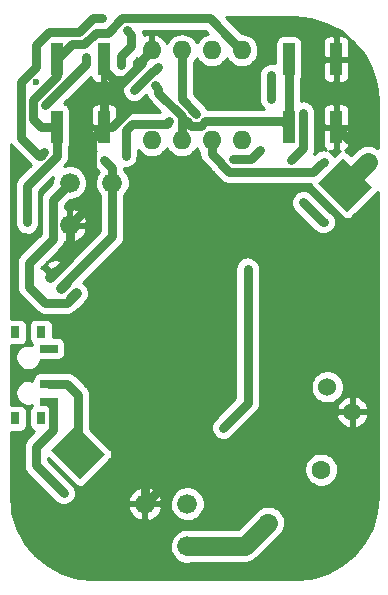
<source format=gbr>
G04 #@! TF.FileFunction,Copper,L1,Top,Signal*
%FSLAX46Y46*%
G04 Gerber Fmt 4.6, Leading zero omitted, Abs format (unit mm)*
G04 Created by KiCad (PCBNEW (2015-11-17 BZR 6321)-product) date Thu 03 Dec 2015 08:01:09 PM EST*
%MOMM*%
G01*
G04 APERTURE LIST*
%ADD10C,0.100000*%
%ADD11O,1.600000X1.600000*%
%ADD12C,1.524000*%
%ADD13C,1.676400*%
%ADD14C,1.600200*%
%ADD15R,1.000000X2.750000*%
%ADD16R,1.500000X0.700000*%
%ADD17R,0.800000X1.000000*%
%ADD18C,0.899160*%
%ADD19C,0.600000*%
%ADD20C,1.600000*%
%ADD21C,0.800000*%
%ADD22C,0.400000*%
%ADD23C,0.254000*%
G04 APERTURE END LIST*
D10*
G36*
X103036931Y-77088195D02*
X105511805Y-79563069D01*
X103390485Y-81684389D01*
X100915611Y-79209515D01*
X103036931Y-77088195D01*
X103036931Y-77088195D01*
G37*
G36*
X80763069Y-104311805D02*
X78288195Y-101836931D01*
X80409515Y-99715611D01*
X82884389Y-102190485D01*
X80763069Y-104311805D01*
X80763069Y-104311805D01*
G37*
D11*
X94450000Y-68000000D03*
X91910000Y-68000000D03*
X89370000Y-68000000D03*
X86830000Y-68000000D03*
X86830000Y-75620000D03*
X89370000Y-75620000D03*
X91910000Y-75620000D03*
X94450000Y-75620000D03*
D12*
X101700000Y-96500000D03*
X103821320Y-98621320D03*
D13*
X86257898Y-106400000D03*
X89850000Y-106400000D03*
X89850000Y-109992102D03*
X79903949Y-82796051D03*
X79903949Y-79203949D03*
X83496051Y-79203949D03*
D14*
X96709872Y-107990128D03*
X101200000Y-103500000D03*
D15*
X98450000Y-68750000D03*
X98450000Y-74500000D03*
X102450000Y-74500000D03*
X102450000Y-68750000D03*
X78800000Y-68750000D03*
X78800000Y-74500000D03*
X82800000Y-74500000D03*
X82800000Y-68750000D03*
D16*
X78125000Y-93250000D03*
X78125000Y-96250000D03*
X78125000Y-97750000D03*
D17*
X75275000Y-91850000D03*
X75275000Y-99150000D03*
X77475000Y-99150000D03*
X77475000Y-91850000D03*
D18*
X79560857Y-87685193D02*
X79135193Y-88110857D01*
X78662832Y-86787168D02*
X78237168Y-87212832D01*
X80458883Y-88583219D02*
X80033219Y-89008883D01*
D19*
X104947800Y-78108800D03*
X104439800Y-77626200D03*
X105151000Y-77449000D03*
X77037336Y-70685485D03*
X80800021Y-73158579D03*
X85200000Y-72800000D03*
X104650000Y-82850000D03*
X101100000Y-86050000D03*
X92950000Y-83000000D03*
X79903949Y-85546051D03*
X96337200Y-101375200D03*
X104846200Y-75314800D03*
X96972200Y-70082400D03*
X96972200Y-72139800D03*
X101391800Y-82528400D03*
X99664600Y-80877400D03*
X76296600Y-82579200D03*
X84725000Y-66300000D03*
X82675000Y-65300000D03*
X84275000Y-69250000D03*
X77750000Y-76625000D03*
X82800000Y-77275000D03*
X87375000Y-69450000D03*
X85350000Y-71325000D03*
X90600000Y-73375000D03*
X88325000Y-74025000D03*
X101700000Y-96500000D03*
X84627800Y-76940400D03*
X93725000Y-77200000D03*
X96032400Y-76407000D03*
X77814228Y-72614149D03*
X81250000Y-68575000D03*
X87100000Y-70975000D03*
X101391800Y-77423000D03*
X92908200Y-99952800D03*
X94965600Y-86490800D03*
X98648600Y-77296000D03*
X99664600Y-73282800D03*
X79395400Y-105490000D03*
D20*
X103213708Y-79386292D02*
X105151000Y-77449000D01*
D21*
X80586292Y-102013708D02*
X80586292Y-97161292D01*
X80586292Y-97161292D02*
X79675000Y-96250000D01*
X79675000Y-96250000D02*
X78125000Y-96250000D01*
X81799990Y-75500010D02*
X82800000Y-74500000D01*
X81799990Y-80900010D02*
X81799990Y-75500010D01*
X79903949Y-82796051D02*
X81799990Y-80900010D01*
D22*
X82800000Y-74500000D02*
X82800000Y-75375000D01*
X80800021Y-73400021D02*
X80800021Y-73158579D01*
X81900000Y-74500000D02*
X80800021Y-73400021D01*
X82800000Y-74500000D02*
X81900000Y-74500000D01*
D21*
X86030001Y-68799999D02*
X86830000Y-68000000D01*
X86030001Y-69084227D02*
X86030001Y-68799999D01*
X84277028Y-70837200D02*
X86030001Y-69084227D01*
X83992800Y-70837200D02*
X84277028Y-70837200D01*
X82800000Y-74500000D02*
X83500000Y-74500000D01*
X83500000Y-74500000D02*
X85200000Y-72800000D01*
X101100000Y-86050000D02*
X101450000Y-86050000D01*
X101450000Y-86050000D02*
X104650000Y-82850000D01*
X86257898Y-106400000D02*
X86257898Y-89692102D01*
X86257898Y-89692102D02*
X92950000Y-83000000D01*
X103564799Y-75614799D02*
X102450000Y-74500000D01*
X104546201Y-75614799D02*
X103564799Y-75614799D01*
X104846200Y-75314800D02*
X104546201Y-75614799D01*
X79903949Y-82796051D02*
X79903949Y-85546051D01*
X79903949Y-85546051D02*
X78450000Y-87000000D01*
X96337200Y-101375200D02*
X91282698Y-101375200D01*
X91282698Y-101375200D02*
X86257898Y-106400000D01*
X82800000Y-72030000D02*
X83992800Y-70837200D01*
X82800000Y-68750000D02*
X82800000Y-69644400D01*
X82800000Y-69644400D02*
X83992800Y-70837200D01*
X82800000Y-74500000D02*
X82800000Y-72030000D01*
X96972200Y-72139800D02*
X96972200Y-70082400D01*
X101391800Y-82528400D02*
X101315600Y-82528400D01*
X101315600Y-82528400D02*
X99664600Y-80877400D01*
D20*
X89850000Y-109992102D02*
X94707898Y-109992102D01*
X94707898Y-109992102D02*
X96709872Y-107990128D01*
D21*
X84310782Y-65299990D02*
X91749989Y-65299989D01*
X83110772Y-66500000D02*
X84310782Y-65299990D01*
X82094997Y-66500000D02*
X83110772Y-66500000D01*
X93650001Y-67200001D02*
X94450000Y-68000000D01*
X91749989Y-65299989D02*
X93650001Y-67200001D01*
X81119987Y-67475011D02*
X82094997Y-66500000D01*
X78800000Y-68750000D02*
X80074989Y-67475011D01*
X80074989Y-67475011D02*
X81119987Y-67475011D01*
X78800000Y-68750000D02*
X78800000Y-70204823D01*
X77500000Y-74500000D02*
X78800000Y-74500000D01*
X76799992Y-73799992D02*
X77500000Y-74500000D01*
X78800000Y-70204823D02*
X76799992Y-72204831D01*
X76799992Y-72204831D02*
X76799992Y-73799992D01*
X76296600Y-82154936D02*
X76296600Y-82579200D01*
X76296600Y-79492628D02*
X76296600Y-82154936D01*
X78800000Y-74500000D02*
X78800000Y-76989228D01*
X78800000Y-76989228D02*
X76296600Y-79492628D01*
D22*
X78800000Y-74500000D02*
X78800000Y-76275000D01*
D21*
X85125000Y-67675000D02*
X85125000Y-66700000D01*
X85125000Y-66700000D02*
X84725000Y-66300000D01*
X84275000Y-68525000D02*
X85125000Y-67675000D01*
X84275000Y-69250000D02*
X84275000Y-68525000D01*
X78750000Y-66475000D02*
X80705769Y-66475000D01*
X81880769Y-65300000D02*
X82675000Y-65300000D01*
X80705769Y-66475000D02*
X81880769Y-65300000D01*
X78119998Y-66475000D02*
X78750000Y-66475000D01*
X77050000Y-67544998D02*
X78119998Y-66475000D01*
X77050000Y-68900000D02*
X77050000Y-67544998D01*
X77050000Y-69400000D02*
X77050000Y-68900000D01*
X75799981Y-70650019D02*
X77050000Y-69400000D01*
X77299999Y-76924999D02*
X75799981Y-75424981D01*
X75799981Y-75424981D02*
X75799981Y-70650019D01*
X77450001Y-76924999D02*
X77299999Y-76924999D01*
X77750000Y-76625000D02*
X77450001Y-76924999D01*
X83496051Y-79203949D02*
X83496051Y-77971051D01*
X83496051Y-77971051D02*
X82800000Y-77275000D01*
X85649999Y-71025001D02*
X85350000Y-71325000D01*
X85649999Y-71010773D02*
X85649999Y-71025001D01*
X86910773Y-69749999D02*
X85649999Y-71010773D01*
X87075001Y-69749999D02*
X86910773Y-69749999D01*
X87375000Y-69450000D02*
X87075001Y-69749999D01*
X83496051Y-79203949D02*
X83496051Y-83749999D01*
X83496051Y-83749999D02*
X79348025Y-87898025D01*
X90600000Y-73375000D02*
X89370000Y-72145000D01*
X89370000Y-72145000D02*
X89370000Y-70044228D01*
X84627800Y-74786428D02*
X85194229Y-74219999D01*
X85194229Y-74219999D02*
X88130001Y-74219999D01*
X88130001Y-74219999D02*
X88325000Y-74025000D01*
X84627800Y-74786428D02*
X84627800Y-76516136D01*
X84627800Y-76516136D02*
X84627800Y-76940400D01*
X89370000Y-68000000D02*
X89370000Y-70044228D01*
X93725000Y-77200000D02*
X95239400Y-77200000D01*
X95239400Y-77200000D02*
X95270400Y-77169000D01*
X95270400Y-77169000D02*
X96032400Y-76407000D01*
X81250000Y-68575000D02*
X81250000Y-69178377D01*
X81250000Y-69178377D02*
X78114227Y-72314150D01*
X78114227Y-72314150D02*
X77814228Y-72614149D01*
X89370000Y-75620000D02*
X89370000Y-74025000D01*
X89370000Y-74025000D02*
X89835774Y-74025000D01*
X89370000Y-74025000D02*
X89370000Y-73559229D01*
X89835774Y-74025000D02*
X90185782Y-74375008D01*
X90185782Y-74375008D02*
X91014218Y-74375008D01*
X91014218Y-74375008D02*
X91364226Y-74025000D01*
X91364226Y-74025000D02*
X97975000Y-74025000D01*
X97975000Y-74025000D02*
X98450000Y-74500000D01*
X87399999Y-71589228D02*
X87399999Y-71274999D01*
X87399999Y-71274999D02*
X87100000Y-70975000D01*
X89370000Y-73559229D02*
X87399999Y-71589228D01*
X98450000Y-68750000D02*
X98450000Y-74500000D01*
X101091801Y-77722999D02*
X101391800Y-77423000D01*
X100518790Y-78296010D02*
X101091801Y-77722999D01*
X92724990Y-77614217D02*
X93406783Y-78296010D01*
X93406783Y-78296010D02*
X100518790Y-78296010D01*
X92724990Y-77566360D02*
X92724990Y-77614217D01*
X91910000Y-75620000D02*
X91910000Y-76751370D01*
X91910000Y-76751370D02*
X92724990Y-77566360D01*
X94965600Y-90504000D02*
X94965600Y-97895400D01*
X94965600Y-97895400D02*
X92908200Y-99952800D01*
X94965600Y-86490800D02*
X94965600Y-90504000D01*
X99664600Y-76280000D02*
X98648600Y-77296000D01*
X99664600Y-73282800D02*
X99664600Y-76280000D01*
X77847494Y-89397494D02*
X79644608Y-89397494D01*
X79644608Y-89397494D02*
X80246051Y-88796051D01*
X76450000Y-88000000D02*
X77847494Y-89397494D01*
X76450000Y-86000000D02*
X76450000Y-88000000D01*
X78465748Y-83984252D02*
X76450000Y-86000000D01*
X78465748Y-80642150D02*
X78465748Y-83984252D01*
X79903949Y-79203949D02*
X78465748Y-80642150D01*
X79395400Y-105490000D02*
X77058600Y-103153200D01*
X77058600Y-103153200D02*
X77058600Y-101578400D01*
X78475001Y-98100001D02*
X78125000Y-97750000D01*
X77058600Y-101578400D02*
X78475001Y-100161999D01*
X78475001Y-100161999D02*
X78475001Y-98100001D01*
D23*
G36*
X74931957Y-75988682D02*
X74935354Y-75992937D01*
X74937908Y-75997741D01*
X74998308Y-76071799D01*
X75057978Y-76146547D01*
X75065453Y-76154127D01*
X75065575Y-76154277D01*
X75065714Y-76154392D01*
X75068125Y-76156837D01*
X76568144Y-77656855D01*
X76623330Y-77702186D01*
X75564744Y-78760772D01*
X75504012Y-78834709D01*
X75442608Y-78907887D01*
X75439989Y-78912651D01*
X75436530Y-78916862D01*
X75391321Y-79001178D01*
X75345295Y-79084898D01*
X75343649Y-79090085D01*
X75341077Y-79094883D01*
X75313137Y-79186273D01*
X75284217Y-79277439D01*
X75283610Y-79282853D01*
X75282020Y-79288053D01*
X75272361Y-79383140D01*
X75261701Y-79478177D01*
X75261627Y-79488811D01*
X75261606Y-79489015D01*
X75261624Y-79489205D01*
X75261600Y-79492628D01*
X75261600Y-82579200D01*
X75281311Y-82780233D01*
X75339695Y-82973608D01*
X75434527Y-83151960D01*
X75562194Y-83308496D01*
X75717835Y-83437254D01*
X75895521Y-83533328D01*
X76088484Y-83593060D01*
X76289374Y-83614175D01*
X76490540Y-83595867D01*
X76684318Y-83538835D01*
X76863328Y-83445251D01*
X77020752Y-83318679D01*
X77150592Y-83163941D01*
X77247905Y-82986930D01*
X77308983Y-82794389D01*
X77331499Y-82593651D01*
X77331600Y-82579200D01*
X77331600Y-79921340D01*
X78491920Y-78761020D01*
X78432847Y-79038938D01*
X78430405Y-79213781D01*
X77733892Y-79910294D01*
X77673160Y-79984231D01*
X77611756Y-80057409D01*
X77609137Y-80062173D01*
X77605678Y-80066384D01*
X77560469Y-80150700D01*
X77514443Y-80234420D01*
X77512797Y-80239607D01*
X77510225Y-80244405D01*
X77482285Y-80335795D01*
X77453365Y-80426961D01*
X77452758Y-80432375D01*
X77451168Y-80437575D01*
X77441509Y-80532662D01*
X77430849Y-80627699D01*
X77430775Y-80638333D01*
X77430754Y-80638537D01*
X77430772Y-80638727D01*
X77430748Y-80642150D01*
X77430748Y-83555541D01*
X75718144Y-85268144D01*
X75657412Y-85342081D01*
X75596008Y-85415259D01*
X75593389Y-85420023D01*
X75589930Y-85424234D01*
X75544721Y-85508550D01*
X75498695Y-85592270D01*
X75497049Y-85597457D01*
X75494477Y-85602255D01*
X75466537Y-85693645D01*
X75437617Y-85784811D01*
X75437010Y-85790225D01*
X75435420Y-85795425D01*
X75425761Y-85890512D01*
X75415101Y-85985549D01*
X75415027Y-85996183D01*
X75415006Y-85996387D01*
X75415024Y-85996577D01*
X75415000Y-86000000D01*
X75415000Y-88000000D01*
X75424333Y-88095186D01*
X75432662Y-88190389D01*
X75434180Y-88195612D01*
X75434711Y-88201033D01*
X75462350Y-88292578D01*
X75489017Y-88384366D01*
X75491522Y-88389199D01*
X75493095Y-88394408D01*
X75537965Y-88478796D01*
X75581976Y-88563701D01*
X75585373Y-88567956D01*
X75587927Y-88572760D01*
X75648327Y-88646818D01*
X75707997Y-88721566D01*
X75715472Y-88729146D01*
X75715594Y-88729296D01*
X75715733Y-88729411D01*
X75718144Y-88731856D01*
X77115639Y-90129350D01*
X77189550Y-90190062D01*
X77262753Y-90251486D01*
X77267517Y-90254105D01*
X77271728Y-90257564D01*
X77356044Y-90302773D01*
X77439764Y-90348799D01*
X77444951Y-90350445D01*
X77449749Y-90353017D01*
X77541139Y-90380957D01*
X77632305Y-90409877D01*
X77637719Y-90410484D01*
X77642919Y-90412074D01*
X77738006Y-90421733D01*
X77833043Y-90432393D01*
X77843677Y-90432467D01*
X77843881Y-90432488D01*
X77844071Y-90432470D01*
X77847494Y-90432494D01*
X79644608Y-90432494D01*
X79739794Y-90423161D01*
X79834997Y-90414832D01*
X79840220Y-90413314D01*
X79845641Y-90412783D01*
X79937186Y-90385144D01*
X80028974Y-90358477D01*
X80033807Y-90355972D01*
X80039016Y-90354399D01*
X80123404Y-90309529D01*
X80208309Y-90265518D01*
X80212564Y-90262121D01*
X80217368Y-90259567D01*
X80291426Y-90199167D01*
X80366174Y-90139497D01*
X80373754Y-90132022D01*
X80373904Y-90131900D01*
X80374019Y-90131761D01*
X80376464Y-90129350D01*
X80543198Y-89962616D01*
X80619182Y-89923229D01*
X80784609Y-89791171D01*
X80795392Y-89780538D01*
X81230538Y-89345392D01*
X81364893Y-89181825D01*
X81464919Y-88995277D01*
X81526806Y-88792854D01*
X81548197Y-88582264D01*
X81528277Y-88371530D01*
X81467804Y-88168680D01*
X81369083Y-87981438D01*
X81235873Y-87816937D01*
X81073248Y-87681443D01*
X81044172Y-87665590D01*
X84227907Y-84481854D01*
X84288619Y-84407943D01*
X84350043Y-84334740D01*
X84352662Y-84329976D01*
X84356121Y-84325765D01*
X84401330Y-84241449D01*
X84447356Y-84157729D01*
X84449002Y-84152542D01*
X84451574Y-84147744D01*
X84479514Y-84056354D01*
X84508434Y-83965188D01*
X84509041Y-83959774D01*
X84510631Y-83954574D01*
X84520290Y-83859487D01*
X84530950Y-83764450D01*
X84531024Y-83753816D01*
X84531045Y-83753612D01*
X84531027Y-83753422D01*
X84531051Y-83749999D01*
X84531051Y-80866562D01*
X98629657Y-80866562D01*
X98647262Y-81067789D01*
X98703617Y-81261766D01*
X98796576Y-81441101D01*
X98922597Y-81598966D01*
X98932744Y-81609256D01*
X100583745Y-83260256D01*
X100657656Y-83320968D01*
X100730859Y-83382392D01*
X100735623Y-83385011D01*
X100739834Y-83388470D01*
X100824150Y-83433679D01*
X100907870Y-83479705D01*
X100913057Y-83481351D01*
X100917855Y-83483923D01*
X101009245Y-83511863D01*
X101100411Y-83540783D01*
X101105825Y-83541390D01*
X101111025Y-83542980D01*
X101206112Y-83552639D01*
X101301149Y-83563299D01*
X101311783Y-83563373D01*
X101311987Y-83563394D01*
X101312177Y-83563376D01*
X101315600Y-83563400D01*
X101391800Y-83563400D01*
X101592833Y-83543689D01*
X101786208Y-83485305D01*
X101964560Y-83390473D01*
X102121096Y-83262806D01*
X102249854Y-83107165D01*
X102345928Y-82929479D01*
X102405660Y-82736516D01*
X102426775Y-82535626D01*
X102408467Y-82334460D01*
X102351435Y-82140682D01*
X102257851Y-81961672D01*
X102131279Y-81804248D01*
X101976541Y-81674408D01*
X101862776Y-81611865D01*
X100396456Y-80145544D01*
X100240366Y-80017330D01*
X100062345Y-79921877D01*
X99869175Y-79862820D01*
X99668213Y-79842406D01*
X99467113Y-79861416D01*
X99273535Y-79919124D01*
X99094853Y-80013332D01*
X98937872Y-80140453D01*
X98808572Y-80295644D01*
X98711878Y-80472994D01*
X98651472Y-80665747D01*
X98629657Y-80866562D01*
X84531051Y-80866562D01*
X84531051Y-80252743D01*
X84616652Y-80171226D01*
X84783189Y-79935145D01*
X84900699Y-79671213D01*
X84964706Y-79389483D01*
X84969314Y-79059494D01*
X84913198Y-78776087D01*
X84803103Y-78508977D01*
X84643223Y-78268338D01*
X84531051Y-78155380D01*
X84531051Y-77971051D01*
X84530547Y-77965913D01*
X84620574Y-77975375D01*
X84821740Y-77957067D01*
X85015518Y-77900035D01*
X85194528Y-77806451D01*
X85351952Y-77679879D01*
X85481792Y-77525141D01*
X85579105Y-77348130D01*
X85640183Y-77155589D01*
X85662699Y-76954851D01*
X85662800Y-76940400D01*
X85662800Y-76455443D01*
X85811766Y-76638093D01*
X86027558Y-76816612D01*
X86273915Y-76949817D01*
X86541453Y-77032633D01*
X86819982Y-77061908D01*
X87098892Y-77036525D01*
X87367560Y-76957452D01*
X87615753Y-76827700D01*
X87834017Y-76652211D01*
X88014038Y-76437671D01*
X88100228Y-76280891D01*
X88174758Y-76421060D01*
X88351766Y-76638093D01*
X88567558Y-76816612D01*
X88813915Y-76949817D01*
X89081453Y-77032633D01*
X89359982Y-77061908D01*
X89638892Y-77036525D01*
X89907560Y-76957452D01*
X90155753Y-76827700D01*
X90374017Y-76652211D01*
X90554038Y-76437671D01*
X90640228Y-76280891D01*
X90714758Y-76421060D01*
X90875000Y-76617536D01*
X90875000Y-76751370D01*
X90884333Y-76846556D01*
X90892662Y-76941759D01*
X90894180Y-76946982D01*
X90894711Y-76952403D01*
X90922350Y-77043948D01*
X90949017Y-77135736D01*
X90951522Y-77140569D01*
X90953095Y-77145778D01*
X90997965Y-77230166D01*
X91041976Y-77315071D01*
X91045373Y-77319326D01*
X91047927Y-77324130D01*
X91108327Y-77398188D01*
X91167997Y-77472936D01*
X91175472Y-77480516D01*
X91175594Y-77480666D01*
X91175733Y-77480781D01*
X91178144Y-77483226D01*
X91839886Y-78144967D01*
X91856966Y-78177918D01*
X91860363Y-78182173D01*
X91862917Y-78186977D01*
X91923317Y-78261035D01*
X91982987Y-78335783D01*
X91990462Y-78343363D01*
X91990584Y-78343513D01*
X91990723Y-78343628D01*
X91993134Y-78346073D01*
X92674928Y-79027866D01*
X92748839Y-79088578D01*
X92822042Y-79150002D01*
X92826806Y-79152621D01*
X92831017Y-79156080D01*
X92915333Y-79201289D01*
X92999053Y-79247315D01*
X93004240Y-79248961D01*
X93009038Y-79251533D01*
X93100428Y-79279473D01*
X93191594Y-79308393D01*
X93197008Y-79309000D01*
X93202208Y-79310590D01*
X93297295Y-79320249D01*
X93392332Y-79330909D01*
X93402966Y-79330983D01*
X93403170Y-79331004D01*
X93403360Y-79330986D01*
X93406783Y-79331010D01*
X100291569Y-79331010D01*
X100293021Y-79349222D01*
X100356592Y-79517140D01*
X100464426Y-79660700D01*
X102939300Y-82135574D01*
X103016506Y-82201376D01*
X103175341Y-82285096D01*
X103351211Y-82321251D01*
X103530192Y-82306979D01*
X103698110Y-82243408D01*
X103841670Y-82135574D01*
X105962990Y-80014254D01*
X105990000Y-79982563D01*
X105990000Y-105715280D01*
X105852585Y-107116745D01*
X105455657Y-108431436D01*
X104810928Y-109643995D01*
X103942965Y-110708223D01*
X102884817Y-111583600D01*
X101676791Y-112236777D01*
X100364904Y-112642874D01*
X98965658Y-112789941D01*
X98948665Y-112790000D01*
X81984720Y-112790000D01*
X80583255Y-112652585D01*
X79268564Y-112255657D01*
X78056005Y-111610928D01*
X76991777Y-110742965D01*
X76473084Y-110115973D01*
X88374864Y-110115973D01*
X88427017Y-110400136D01*
X88533372Y-110668757D01*
X88689877Y-110911604D01*
X88890570Y-111119428D01*
X89127808Y-111284313D01*
X89392553Y-111399978D01*
X89674723Y-111462017D01*
X89963569Y-111468067D01*
X90195896Y-111427102D01*
X94707898Y-111427102D01*
X94839810Y-111414168D01*
X94971868Y-111402615D01*
X94979116Y-111400509D01*
X94986624Y-111399773D01*
X95113540Y-111361455D01*
X95240810Y-111324479D01*
X95247505Y-111321008D01*
X95254734Y-111318826D01*
X95371825Y-111256568D01*
X95489455Y-111195594D01*
X95495351Y-111190887D01*
X95502015Y-111187344D01*
X95604735Y-111103567D01*
X95708330Y-111020869D01*
X95718831Y-111010513D01*
X95719048Y-111010336D01*
X95719214Y-111010135D01*
X95722596Y-111006800D01*
X97707489Y-109021907D01*
X97801492Y-108932389D01*
X97963722Y-108702414D01*
X98078193Y-108445308D01*
X98140545Y-108170864D01*
X98142702Y-108016413D01*
X98144863Y-107995137D01*
X98143239Y-107977956D01*
X98145034Y-107849409D01*
X98090369Y-107573331D01*
X97983121Y-107313129D01*
X97827376Y-107078714D01*
X97629065Y-106879014D01*
X97395743Y-106721636D01*
X97136296Y-106612575D01*
X96860607Y-106555984D01*
X96579176Y-106554019D01*
X96302723Y-106606755D01*
X96041779Y-106712183D01*
X95806282Y-106866288D01*
X95605202Y-107063200D01*
X95600420Y-107070184D01*
X94113502Y-108557102D01*
X90186051Y-108557102D01*
X90004736Y-108519883D01*
X89715834Y-108517866D01*
X89432042Y-108572003D01*
X89164170Y-108680230D01*
X88922421Y-108838426D01*
X88716003Y-109040566D01*
X88552779Y-109278949D01*
X88438965Y-109544495D01*
X88378898Y-109827091D01*
X88374864Y-110115973D01*
X76473084Y-110115973D01*
X76116400Y-109684817D01*
X75463223Y-108476791D01*
X75057126Y-107164904D01*
X75014165Y-106756157D01*
X84821053Y-106756157D01*
X84918144Y-107029628D01*
X85066721Y-107278903D01*
X85261075Y-107494402D01*
X85493736Y-107667844D01*
X85755763Y-107792563D01*
X85901741Y-107836845D01*
X86130898Y-107715462D01*
X86130898Y-106527000D01*
X86384898Y-106527000D01*
X86384898Y-107715462D01*
X86614055Y-107836845D01*
X86887526Y-107739754D01*
X87136801Y-107591177D01*
X87352300Y-107396823D01*
X87525742Y-107164162D01*
X87650461Y-106902135D01*
X87694743Y-106756157D01*
X87573360Y-106527000D01*
X86384898Y-106527000D01*
X86130898Y-106527000D01*
X84942436Y-106527000D01*
X84821053Y-106756157D01*
X75014165Y-106756157D01*
X74910059Y-105765658D01*
X74910000Y-105748665D01*
X74910000Y-100288072D01*
X75675000Y-100288072D01*
X75776121Y-100280008D01*
X75947634Y-100226894D01*
X76097559Y-100128100D01*
X76214025Y-99991450D01*
X76287810Y-99827763D01*
X76313072Y-99650000D01*
X76313072Y-98650000D01*
X76305008Y-98548879D01*
X76251894Y-98377366D01*
X76153100Y-98227441D01*
X76016450Y-98110975D01*
X75852763Y-98037190D01*
X75675000Y-98011928D01*
X74910000Y-98011928D01*
X74910000Y-97091230D01*
X75288574Y-97091230D01*
X75326984Y-97300514D01*
X75405314Y-97498351D01*
X75520578Y-97677206D01*
X75668387Y-97830267D01*
X75843111Y-97951703D01*
X76038094Y-98036889D01*
X76245910Y-98082581D01*
X76458643Y-98087037D01*
X76668190Y-98050088D01*
X76736928Y-98023426D01*
X76736928Y-98100000D01*
X76738157Y-98115417D01*
X76652441Y-98171900D01*
X76535975Y-98308550D01*
X76462190Y-98472237D01*
X76436928Y-98650000D01*
X76436928Y-99650000D01*
X76444992Y-99751121D01*
X76498106Y-99922634D01*
X76596900Y-100072559D01*
X76733550Y-100189025D01*
X76897237Y-100262810D01*
X76908831Y-100264458D01*
X76326744Y-100846544D01*
X76266012Y-100920481D01*
X76204608Y-100993659D01*
X76201989Y-100998423D01*
X76198530Y-101002634D01*
X76153321Y-101086950D01*
X76107295Y-101170670D01*
X76105649Y-101175857D01*
X76103077Y-101180655D01*
X76075137Y-101272045D01*
X76046217Y-101363211D01*
X76045610Y-101368625D01*
X76044020Y-101373825D01*
X76034361Y-101468912D01*
X76023701Y-101563949D01*
X76023627Y-101574583D01*
X76023606Y-101574787D01*
X76023624Y-101574977D01*
X76023600Y-101578400D01*
X76023600Y-103153200D01*
X76032933Y-103248386D01*
X76041262Y-103343589D01*
X76042780Y-103348812D01*
X76043311Y-103354233D01*
X76070950Y-103445778D01*
X76097617Y-103537566D01*
X76100122Y-103542399D01*
X76101695Y-103547608D01*
X76146565Y-103631996D01*
X76190576Y-103716901D01*
X76193973Y-103721156D01*
X76196527Y-103725960D01*
X76256927Y-103800018D01*
X76316597Y-103874766D01*
X76324072Y-103882346D01*
X76324194Y-103882496D01*
X76324333Y-103882611D01*
X76326744Y-103885056D01*
X78663544Y-106221855D01*
X78819634Y-106350069D01*
X78997654Y-106445522D01*
X79190825Y-106504580D01*
X79391787Y-106524993D01*
X79403656Y-106523871D01*
X88374864Y-106523871D01*
X88427017Y-106808034D01*
X88533372Y-107076655D01*
X88689877Y-107319502D01*
X88890570Y-107527326D01*
X89127808Y-107692211D01*
X89392553Y-107807876D01*
X89674723Y-107869915D01*
X89963569Y-107875965D01*
X90248090Y-107825797D01*
X90517447Y-107721320D01*
X90761381Y-107566514D01*
X90970601Y-107367277D01*
X91137138Y-107131196D01*
X91254648Y-106867264D01*
X91318655Y-106585534D01*
X91323263Y-106255545D01*
X91267147Y-105972138D01*
X91157052Y-105705028D01*
X90997172Y-105464389D01*
X90793597Y-105259388D01*
X90554080Y-105097832D01*
X90287745Y-104985875D01*
X90004736Y-104927781D01*
X89715834Y-104925764D01*
X89432042Y-104979901D01*
X89164170Y-105088128D01*
X88922421Y-105246324D01*
X88716003Y-105448464D01*
X88552779Y-105686847D01*
X88438965Y-105952393D01*
X88378898Y-106234989D01*
X88374864Y-106523871D01*
X79403656Y-106523871D01*
X79592887Y-106505984D01*
X79786465Y-106448276D01*
X79965147Y-106354067D01*
X80122128Y-106226947D01*
X80251428Y-106071756D01*
X80266646Y-106043843D01*
X84821053Y-106043843D01*
X84942436Y-106273000D01*
X86130898Y-106273000D01*
X86130898Y-105084538D01*
X86384898Y-105084538D01*
X86384898Y-106273000D01*
X87573360Y-106273000D01*
X87694743Y-106043843D01*
X87597652Y-105770372D01*
X87449075Y-105521097D01*
X87254721Y-105305598D01*
X87022060Y-105132156D01*
X86760033Y-105007437D01*
X86614055Y-104963155D01*
X86384898Y-105084538D01*
X86130898Y-105084538D01*
X85901741Y-104963155D01*
X85628270Y-105060246D01*
X85378995Y-105208823D01*
X85163496Y-105403177D01*
X84990054Y-105635838D01*
X84865335Y-105897865D01*
X84821053Y-106043843D01*
X80266646Y-106043843D01*
X80348122Y-105894406D01*
X80408528Y-105701653D01*
X80430343Y-105500838D01*
X80412738Y-105299611D01*
X80356383Y-105105634D01*
X80263424Y-104926299D01*
X80137402Y-104768434D01*
X80127255Y-104758144D01*
X78093600Y-102724488D01*
X78093600Y-102544706D01*
X80311884Y-104762990D01*
X80389090Y-104828792D01*
X80547925Y-104912512D01*
X80723795Y-104948667D01*
X80902776Y-104934395D01*
X81070694Y-104870824D01*
X81214254Y-104762990D01*
X82356577Y-103620667D01*
X99763013Y-103620667D01*
X99813818Y-103897481D01*
X99917422Y-104159155D01*
X100069880Y-104395722D01*
X100265383Y-104598172D01*
X100496485Y-104758792D01*
X100754384Y-104871465D01*
X101029256Y-104931900D01*
X101310632Y-104937794D01*
X101587794Y-104888923D01*
X101850185Y-104787148D01*
X102087811Y-104636346D01*
X102291620Y-104442261D01*
X102453850Y-104212286D01*
X102568321Y-103955180D01*
X102630673Y-103680736D01*
X102635162Y-103359281D01*
X102580497Y-103083203D01*
X102473249Y-102823001D01*
X102317504Y-102588586D01*
X102119193Y-102388886D01*
X101885871Y-102231508D01*
X101626424Y-102122447D01*
X101350735Y-102065856D01*
X101069304Y-102063891D01*
X100792851Y-102116627D01*
X100531907Y-102222055D01*
X100296410Y-102376160D01*
X100095330Y-102573072D01*
X99936327Y-102805290D01*
X99825457Y-103063969D01*
X99766943Y-103339257D01*
X99763013Y-103620667D01*
X82356577Y-103620667D01*
X83335574Y-102641670D01*
X83401376Y-102564464D01*
X83485096Y-102405629D01*
X83521251Y-102229759D01*
X83506979Y-102050778D01*
X83443408Y-101882860D01*
X83335574Y-101739300D01*
X81621292Y-100025018D01*
X81621292Y-99949187D01*
X91873206Y-99949187D01*
X91892216Y-100150287D01*
X91949924Y-100343865D01*
X92044132Y-100522547D01*
X92171253Y-100679528D01*
X92326444Y-100808828D01*
X92503794Y-100905522D01*
X92696547Y-100965928D01*
X92897362Y-100987743D01*
X93098589Y-100970138D01*
X93292566Y-100913783D01*
X93471901Y-100820824D01*
X93629766Y-100694803D01*
X93640056Y-100684656D01*
X95359260Y-98965452D01*
X102460397Y-98965452D01*
X102553684Y-99224343D01*
X102695685Y-99460060D01*
X102880944Y-99663544D01*
X103102341Y-99826976D01*
X103351368Y-99944076D01*
X103477188Y-99982243D01*
X103694320Y-99859835D01*
X103694320Y-98748320D01*
X103948320Y-98748320D01*
X103948320Y-99859835D01*
X104165452Y-99982243D01*
X104424343Y-99888956D01*
X104660060Y-99746955D01*
X104863544Y-99561696D01*
X105026976Y-99340299D01*
X105144076Y-99091272D01*
X105182243Y-98965452D01*
X105059835Y-98748320D01*
X103948320Y-98748320D01*
X103694320Y-98748320D01*
X102582805Y-98748320D01*
X102460397Y-98965452D01*
X95359260Y-98965452D01*
X95697456Y-98627256D01*
X95758188Y-98553319D01*
X95819592Y-98480141D01*
X95822211Y-98475377D01*
X95825670Y-98471166D01*
X95870879Y-98386850D01*
X95916905Y-98303130D01*
X95918551Y-98297943D01*
X95921123Y-98293145D01*
X95926001Y-98277188D01*
X102460397Y-98277188D01*
X102582805Y-98494320D01*
X103694320Y-98494320D01*
X103694320Y-97382805D01*
X103948320Y-97382805D01*
X103948320Y-98494320D01*
X105059835Y-98494320D01*
X105182243Y-98277188D01*
X105088956Y-98018297D01*
X104946955Y-97782580D01*
X104761696Y-97579096D01*
X104540299Y-97415664D01*
X104291272Y-97298564D01*
X104165452Y-97260397D01*
X103948320Y-97382805D01*
X103694320Y-97382805D01*
X103477188Y-97260397D01*
X103218297Y-97353684D01*
X102982580Y-97495685D01*
X102779096Y-97680944D01*
X102615664Y-97902341D01*
X102498564Y-98151368D01*
X102460397Y-98277188D01*
X95926001Y-98277188D01*
X95949063Y-98201755D01*
X95977983Y-98110589D01*
X95978590Y-98105175D01*
X95980180Y-98099975D01*
X95989839Y-98004888D01*
X96000499Y-97909851D01*
X96000573Y-97899217D01*
X96000594Y-97899013D01*
X96000576Y-97898823D01*
X96000600Y-97895400D01*
X96000600Y-96617464D01*
X100301164Y-96617464D01*
X100350620Y-96886928D01*
X100451474Y-97141655D01*
X100599883Y-97371942D01*
X100790196Y-97569016D01*
X101015163Y-97725372D01*
X101266215Y-97835054D01*
X101533789Y-97893884D01*
X101807695Y-97899622D01*
X102077499Y-97852048D01*
X102332923Y-97752975D01*
X102564240Y-97606177D01*
X102762639Y-97417245D01*
X102920561Y-97193375D01*
X103031993Y-96943095D01*
X103092690Y-96675938D01*
X103097059Y-96363017D01*
X103043846Y-96094269D01*
X102939446Y-95840975D01*
X102787835Y-95612783D01*
X102594790Y-95418385D01*
X102367662Y-95265185D01*
X102115103Y-95159019D01*
X101846733Y-95103931D01*
X101572774Y-95102018D01*
X101303661Y-95153354D01*
X101049644Y-95255984D01*
X100820399Y-95405997D01*
X100624658Y-95597681D01*
X100469877Y-95823734D01*
X100361950Y-96075546D01*
X100304989Y-96343524D01*
X100301164Y-96617464D01*
X96000600Y-96617464D01*
X96000600Y-86490800D01*
X95980889Y-86289767D01*
X95922505Y-86096392D01*
X95827673Y-85918040D01*
X95700006Y-85761504D01*
X95544365Y-85632746D01*
X95366679Y-85536672D01*
X95173716Y-85476940D01*
X94972826Y-85455825D01*
X94771660Y-85474133D01*
X94577882Y-85531165D01*
X94398872Y-85624749D01*
X94241448Y-85751321D01*
X94111608Y-85906059D01*
X94014295Y-86083070D01*
X93953217Y-86275611D01*
X93930701Y-86476349D01*
X93930600Y-86490800D01*
X93930600Y-97466688D01*
X92176344Y-99220944D01*
X92048130Y-99377034D01*
X91952677Y-99555055D01*
X91893620Y-99748225D01*
X91873206Y-99949187D01*
X81621292Y-99949187D01*
X81621292Y-97161292D01*
X81611964Y-97066151D01*
X81603630Y-96970903D01*
X81602112Y-96965680D01*
X81601581Y-96960259D01*
X81573938Y-96868701D01*
X81547275Y-96776927D01*
X81544770Y-96772095D01*
X81543197Y-96766884D01*
X81498338Y-96682517D01*
X81454317Y-96597591D01*
X81450918Y-96593333D01*
X81448365Y-96588532D01*
X81387968Y-96514478D01*
X81328295Y-96439727D01*
X81320825Y-96432152D01*
X81320698Y-96431996D01*
X81320554Y-96431877D01*
X81318148Y-96429437D01*
X80406856Y-95518144D01*
X80332919Y-95457412D01*
X80259741Y-95396008D01*
X80254977Y-95393389D01*
X80250766Y-95389930D01*
X80166450Y-95344721D01*
X80082730Y-95298695D01*
X80077543Y-95297049D01*
X80072745Y-95294477D01*
X79981355Y-95266537D01*
X79890189Y-95237617D01*
X79884775Y-95237010D01*
X79879575Y-95235420D01*
X79784488Y-95225761D01*
X79689451Y-95215101D01*
X79678817Y-95215027D01*
X79678613Y-95215006D01*
X79678423Y-95215024D01*
X79675000Y-95215000D01*
X78125000Y-95215000D01*
X77923967Y-95234711D01*
X77833821Y-95261928D01*
X77375000Y-95261928D01*
X77273879Y-95269992D01*
X77102366Y-95323106D01*
X76952441Y-95421900D01*
X76835975Y-95558550D01*
X76762190Y-95722237D01*
X76736928Y-95900000D01*
X76736928Y-95975126D01*
X76697396Y-95958508D01*
X76488962Y-95915723D01*
X76276188Y-95914237D01*
X76067177Y-95954108D01*
X75869891Y-96033817D01*
X75691845Y-96150327D01*
X75539820Y-96299201D01*
X75419607Y-96474768D01*
X75335784Y-96670341D01*
X75291545Y-96878471D01*
X75288574Y-97091230D01*
X74910000Y-97091230D01*
X74910000Y-94091230D01*
X75288574Y-94091230D01*
X75326984Y-94300514D01*
X75405314Y-94498351D01*
X75520578Y-94677206D01*
X75668387Y-94830267D01*
X75843111Y-94951703D01*
X76038094Y-95036889D01*
X76245910Y-95082581D01*
X76458643Y-95087037D01*
X76668190Y-95050088D01*
X76866569Y-94973142D01*
X77046225Y-94859129D01*
X77200314Y-94712392D01*
X77322967Y-94538520D01*
X77409512Y-94344136D01*
X77433609Y-94238072D01*
X78875000Y-94238072D01*
X78976121Y-94230008D01*
X79147634Y-94176894D01*
X79297559Y-94078100D01*
X79414025Y-93941450D01*
X79487810Y-93777763D01*
X79513072Y-93600000D01*
X79513072Y-92900000D01*
X79505008Y-92798879D01*
X79451894Y-92627366D01*
X79353100Y-92477441D01*
X79216450Y-92360975D01*
X79052763Y-92287190D01*
X78875000Y-92261928D01*
X78513072Y-92261928D01*
X78513072Y-91350000D01*
X78505008Y-91248879D01*
X78451894Y-91077366D01*
X78353100Y-90927441D01*
X78216450Y-90810975D01*
X78052763Y-90737190D01*
X77875000Y-90711928D01*
X77075000Y-90711928D01*
X76973879Y-90719992D01*
X76802366Y-90773106D01*
X76652441Y-90871900D01*
X76535975Y-91008550D01*
X76462190Y-91172237D01*
X76436928Y-91350000D01*
X76436928Y-92350000D01*
X76444992Y-92451121D01*
X76498106Y-92622634D01*
X76596900Y-92772559D01*
X76733550Y-92889025D01*
X76738190Y-92891117D01*
X76736928Y-92900000D01*
X76736928Y-92975126D01*
X76697396Y-92958508D01*
X76488962Y-92915723D01*
X76276188Y-92914237D01*
X76067177Y-92954108D01*
X75869891Y-93033817D01*
X75691845Y-93150327D01*
X75539820Y-93299201D01*
X75419607Y-93474768D01*
X75335784Y-93670341D01*
X75291545Y-93878471D01*
X75288574Y-94091230D01*
X74910000Y-94091230D01*
X74910000Y-92988072D01*
X75675000Y-92988072D01*
X75776121Y-92980008D01*
X75947634Y-92926894D01*
X76097559Y-92828100D01*
X76214025Y-92691450D01*
X76287810Y-92527763D01*
X76313072Y-92350000D01*
X76313072Y-91350000D01*
X76305008Y-91248879D01*
X76251894Y-91077366D01*
X76153100Y-90927441D01*
X76016450Y-90810975D01*
X75852763Y-90737190D01*
X75675000Y-90711928D01*
X74910000Y-90711928D01*
X74910000Y-75946323D01*
X74931957Y-75988682D01*
X74931957Y-75988682D01*
G37*
X74931957Y-75988682D02*
X74935354Y-75992937D01*
X74937908Y-75997741D01*
X74998308Y-76071799D01*
X75057978Y-76146547D01*
X75065453Y-76154127D01*
X75065575Y-76154277D01*
X75065714Y-76154392D01*
X75068125Y-76156837D01*
X76568144Y-77656855D01*
X76623330Y-77702186D01*
X75564744Y-78760772D01*
X75504012Y-78834709D01*
X75442608Y-78907887D01*
X75439989Y-78912651D01*
X75436530Y-78916862D01*
X75391321Y-79001178D01*
X75345295Y-79084898D01*
X75343649Y-79090085D01*
X75341077Y-79094883D01*
X75313137Y-79186273D01*
X75284217Y-79277439D01*
X75283610Y-79282853D01*
X75282020Y-79288053D01*
X75272361Y-79383140D01*
X75261701Y-79478177D01*
X75261627Y-79488811D01*
X75261606Y-79489015D01*
X75261624Y-79489205D01*
X75261600Y-79492628D01*
X75261600Y-82579200D01*
X75281311Y-82780233D01*
X75339695Y-82973608D01*
X75434527Y-83151960D01*
X75562194Y-83308496D01*
X75717835Y-83437254D01*
X75895521Y-83533328D01*
X76088484Y-83593060D01*
X76289374Y-83614175D01*
X76490540Y-83595867D01*
X76684318Y-83538835D01*
X76863328Y-83445251D01*
X77020752Y-83318679D01*
X77150592Y-83163941D01*
X77247905Y-82986930D01*
X77308983Y-82794389D01*
X77331499Y-82593651D01*
X77331600Y-82579200D01*
X77331600Y-79921340D01*
X78491920Y-78761020D01*
X78432847Y-79038938D01*
X78430405Y-79213781D01*
X77733892Y-79910294D01*
X77673160Y-79984231D01*
X77611756Y-80057409D01*
X77609137Y-80062173D01*
X77605678Y-80066384D01*
X77560469Y-80150700D01*
X77514443Y-80234420D01*
X77512797Y-80239607D01*
X77510225Y-80244405D01*
X77482285Y-80335795D01*
X77453365Y-80426961D01*
X77452758Y-80432375D01*
X77451168Y-80437575D01*
X77441509Y-80532662D01*
X77430849Y-80627699D01*
X77430775Y-80638333D01*
X77430754Y-80638537D01*
X77430772Y-80638727D01*
X77430748Y-80642150D01*
X77430748Y-83555541D01*
X75718144Y-85268144D01*
X75657412Y-85342081D01*
X75596008Y-85415259D01*
X75593389Y-85420023D01*
X75589930Y-85424234D01*
X75544721Y-85508550D01*
X75498695Y-85592270D01*
X75497049Y-85597457D01*
X75494477Y-85602255D01*
X75466537Y-85693645D01*
X75437617Y-85784811D01*
X75437010Y-85790225D01*
X75435420Y-85795425D01*
X75425761Y-85890512D01*
X75415101Y-85985549D01*
X75415027Y-85996183D01*
X75415006Y-85996387D01*
X75415024Y-85996577D01*
X75415000Y-86000000D01*
X75415000Y-88000000D01*
X75424333Y-88095186D01*
X75432662Y-88190389D01*
X75434180Y-88195612D01*
X75434711Y-88201033D01*
X75462350Y-88292578D01*
X75489017Y-88384366D01*
X75491522Y-88389199D01*
X75493095Y-88394408D01*
X75537965Y-88478796D01*
X75581976Y-88563701D01*
X75585373Y-88567956D01*
X75587927Y-88572760D01*
X75648327Y-88646818D01*
X75707997Y-88721566D01*
X75715472Y-88729146D01*
X75715594Y-88729296D01*
X75715733Y-88729411D01*
X75718144Y-88731856D01*
X77115639Y-90129350D01*
X77189550Y-90190062D01*
X77262753Y-90251486D01*
X77267517Y-90254105D01*
X77271728Y-90257564D01*
X77356044Y-90302773D01*
X77439764Y-90348799D01*
X77444951Y-90350445D01*
X77449749Y-90353017D01*
X77541139Y-90380957D01*
X77632305Y-90409877D01*
X77637719Y-90410484D01*
X77642919Y-90412074D01*
X77738006Y-90421733D01*
X77833043Y-90432393D01*
X77843677Y-90432467D01*
X77843881Y-90432488D01*
X77844071Y-90432470D01*
X77847494Y-90432494D01*
X79644608Y-90432494D01*
X79739794Y-90423161D01*
X79834997Y-90414832D01*
X79840220Y-90413314D01*
X79845641Y-90412783D01*
X79937186Y-90385144D01*
X80028974Y-90358477D01*
X80033807Y-90355972D01*
X80039016Y-90354399D01*
X80123404Y-90309529D01*
X80208309Y-90265518D01*
X80212564Y-90262121D01*
X80217368Y-90259567D01*
X80291426Y-90199167D01*
X80366174Y-90139497D01*
X80373754Y-90132022D01*
X80373904Y-90131900D01*
X80374019Y-90131761D01*
X80376464Y-90129350D01*
X80543198Y-89962616D01*
X80619182Y-89923229D01*
X80784609Y-89791171D01*
X80795392Y-89780538D01*
X81230538Y-89345392D01*
X81364893Y-89181825D01*
X81464919Y-88995277D01*
X81526806Y-88792854D01*
X81548197Y-88582264D01*
X81528277Y-88371530D01*
X81467804Y-88168680D01*
X81369083Y-87981438D01*
X81235873Y-87816937D01*
X81073248Y-87681443D01*
X81044172Y-87665590D01*
X84227907Y-84481854D01*
X84288619Y-84407943D01*
X84350043Y-84334740D01*
X84352662Y-84329976D01*
X84356121Y-84325765D01*
X84401330Y-84241449D01*
X84447356Y-84157729D01*
X84449002Y-84152542D01*
X84451574Y-84147744D01*
X84479514Y-84056354D01*
X84508434Y-83965188D01*
X84509041Y-83959774D01*
X84510631Y-83954574D01*
X84520290Y-83859487D01*
X84530950Y-83764450D01*
X84531024Y-83753816D01*
X84531045Y-83753612D01*
X84531027Y-83753422D01*
X84531051Y-83749999D01*
X84531051Y-80866562D01*
X98629657Y-80866562D01*
X98647262Y-81067789D01*
X98703617Y-81261766D01*
X98796576Y-81441101D01*
X98922597Y-81598966D01*
X98932744Y-81609256D01*
X100583745Y-83260256D01*
X100657656Y-83320968D01*
X100730859Y-83382392D01*
X100735623Y-83385011D01*
X100739834Y-83388470D01*
X100824150Y-83433679D01*
X100907870Y-83479705D01*
X100913057Y-83481351D01*
X100917855Y-83483923D01*
X101009245Y-83511863D01*
X101100411Y-83540783D01*
X101105825Y-83541390D01*
X101111025Y-83542980D01*
X101206112Y-83552639D01*
X101301149Y-83563299D01*
X101311783Y-83563373D01*
X101311987Y-83563394D01*
X101312177Y-83563376D01*
X101315600Y-83563400D01*
X101391800Y-83563400D01*
X101592833Y-83543689D01*
X101786208Y-83485305D01*
X101964560Y-83390473D01*
X102121096Y-83262806D01*
X102249854Y-83107165D01*
X102345928Y-82929479D01*
X102405660Y-82736516D01*
X102426775Y-82535626D01*
X102408467Y-82334460D01*
X102351435Y-82140682D01*
X102257851Y-81961672D01*
X102131279Y-81804248D01*
X101976541Y-81674408D01*
X101862776Y-81611865D01*
X100396456Y-80145544D01*
X100240366Y-80017330D01*
X100062345Y-79921877D01*
X99869175Y-79862820D01*
X99668213Y-79842406D01*
X99467113Y-79861416D01*
X99273535Y-79919124D01*
X99094853Y-80013332D01*
X98937872Y-80140453D01*
X98808572Y-80295644D01*
X98711878Y-80472994D01*
X98651472Y-80665747D01*
X98629657Y-80866562D01*
X84531051Y-80866562D01*
X84531051Y-80252743D01*
X84616652Y-80171226D01*
X84783189Y-79935145D01*
X84900699Y-79671213D01*
X84964706Y-79389483D01*
X84969314Y-79059494D01*
X84913198Y-78776087D01*
X84803103Y-78508977D01*
X84643223Y-78268338D01*
X84531051Y-78155380D01*
X84531051Y-77971051D01*
X84530547Y-77965913D01*
X84620574Y-77975375D01*
X84821740Y-77957067D01*
X85015518Y-77900035D01*
X85194528Y-77806451D01*
X85351952Y-77679879D01*
X85481792Y-77525141D01*
X85579105Y-77348130D01*
X85640183Y-77155589D01*
X85662699Y-76954851D01*
X85662800Y-76940400D01*
X85662800Y-76455443D01*
X85811766Y-76638093D01*
X86027558Y-76816612D01*
X86273915Y-76949817D01*
X86541453Y-77032633D01*
X86819982Y-77061908D01*
X87098892Y-77036525D01*
X87367560Y-76957452D01*
X87615753Y-76827700D01*
X87834017Y-76652211D01*
X88014038Y-76437671D01*
X88100228Y-76280891D01*
X88174758Y-76421060D01*
X88351766Y-76638093D01*
X88567558Y-76816612D01*
X88813915Y-76949817D01*
X89081453Y-77032633D01*
X89359982Y-77061908D01*
X89638892Y-77036525D01*
X89907560Y-76957452D01*
X90155753Y-76827700D01*
X90374017Y-76652211D01*
X90554038Y-76437671D01*
X90640228Y-76280891D01*
X90714758Y-76421060D01*
X90875000Y-76617536D01*
X90875000Y-76751370D01*
X90884333Y-76846556D01*
X90892662Y-76941759D01*
X90894180Y-76946982D01*
X90894711Y-76952403D01*
X90922350Y-77043948D01*
X90949017Y-77135736D01*
X90951522Y-77140569D01*
X90953095Y-77145778D01*
X90997965Y-77230166D01*
X91041976Y-77315071D01*
X91045373Y-77319326D01*
X91047927Y-77324130D01*
X91108327Y-77398188D01*
X91167997Y-77472936D01*
X91175472Y-77480516D01*
X91175594Y-77480666D01*
X91175733Y-77480781D01*
X91178144Y-77483226D01*
X91839886Y-78144967D01*
X91856966Y-78177918D01*
X91860363Y-78182173D01*
X91862917Y-78186977D01*
X91923317Y-78261035D01*
X91982987Y-78335783D01*
X91990462Y-78343363D01*
X91990584Y-78343513D01*
X91990723Y-78343628D01*
X91993134Y-78346073D01*
X92674928Y-79027866D01*
X92748839Y-79088578D01*
X92822042Y-79150002D01*
X92826806Y-79152621D01*
X92831017Y-79156080D01*
X92915333Y-79201289D01*
X92999053Y-79247315D01*
X93004240Y-79248961D01*
X93009038Y-79251533D01*
X93100428Y-79279473D01*
X93191594Y-79308393D01*
X93197008Y-79309000D01*
X93202208Y-79310590D01*
X93297295Y-79320249D01*
X93392332Y-79330909D01*
X93402966Y-79330983D01*
X93403170Y-79331004D01*
X93403360Y-79330986D01*
X93406783Y-79331010D01*
X100291569Y-79331010D01*
X100293021Y-79349222D01*
X100356592Y-79517140D01*
X100464426Y-79660700D01*
X102939300Y-82135574D01*
X103016506Y-82201376D01*
X103175341Y-82285096D01*
X103351211Y-82321251D01*
X103530192Y-82306979D01*
X103698110Y-82243408D01*
X103841670Y-82135574D01*
X105962990Y-80014254D01*
X105990000Y-79982563D01*
X105990000Y-105715280D01*
X105852585Y-107116745D01*
X105455657Y-108431436D01*
X104810928Y-109643995D01*
X103942965Y-110708223D01*
X102884817Y-111583600D01*
X101676791Y-112236777D01*
X100364904Y-112642874D01*
X98965658Y-112789941D01*
X98948665Y-112790000D01*
X81984720Y-112790000D01*
X80583255Y-112652585D01*
X79268564Y-112255657D01*
X78056005Y-111610928D01*
X76991777Y-110742965D01*
X76473084Y-110115973D01*
X88374864Y-110115973D01*
X88427017Y-110400136D01*
X88533372Y-110668757D01*
X88689877Y-110911604D01*
X88890570Y-111119428D01*
X89127808Y-111284313D01*
X89392553Y-111399978D01*
X89674723Y-111462017D01*
X89963569Y-111468067D01*
X90195896Y-111427102D01*
X94707898Y-111427102D01*
X94839810Y-111414168D01*
X94971868Y-111402615D01*
X94979116Y-111400509D01*
X94986624Y-111399773D01*
X95113540Y-111361455D01*
X95240810Y-111324479D01*
X95247505Y-111321008D01*
X95254734Y-111318826D01*
X95371825Y-111256568D01*
X95489455Y-111195594D01*
X95495351Y-111190887D01*
X95502015Y-111187344D01*
X95604735Y-111103567D01*
X95708330Y-111020869D01*
X95718831Y-111010513D01*
X95719048Y-111010336D01*
X95719214Y-111010135D01*
X95722596Y-111006800D01*
X97707489Y-109021907D01*
X97801492Y-108932389D01*
X97963722Y-108702414D01*
X98078193Y-108445308D01*
X98140545Y-108170864D01*
X98142702Y-108016413D01*
X98144863Y-107995137D01*
X98143239Y-107977956D01*
X98145034Y-107849409D01*
X98090369Y-107573331D01*
X97983121Y-107313129D01*
X97827376Y-107078714D01*
X97629065Y-106879014D01*
X97395743Y-106721636D01*
X97136296Y-106612575D01*
X96860607Y-106555984D01*
X96579176Y-106554019D01*
X96302723Y-106606755D01*
X96041779Y-106712183D01*
X95806282Y-106866288D01*
X95605202Y-107063200D01*
X95600420Y-107070184D01*
X94113502Y-108557102D01*
X90186051Y-108557102D01*
X90004736Y-108519883D01*
X89715834Y-108517866D01*
X89432042Y-108572003D01*
X89164170Y-108680230D01*
X88922421Y-108838426D01*
X88716003Y-109040566D01*
X88552779Y-109278949D01*
X88438965Y-109544495D01*
X88378898Y-109827091D01*
X88374864Y-110115973D01*
X76473084Y-110115973D01*
X76116400Y-109684817D01*
X75463223Y-108476791D01*
X75057126Y-107164904D01*
X75014165Y-106756157D01*
X84821053Y-106756157D01*
X84918144Y-107029628D01*
X85066721Y-107278903D01*
X85261075Y-107494402D01*
X85493736Y-107667844D01*
X85755763Y-107792563D01*
X85901741Y-107836845D01*
X86130898Y-107715462D01*
X86130898Y-106527000D01*
X86384898Y-106527000D01*
X86384898Y-107715462D01*
X86614055Y-107836845D01*
X86887526Y-107739754D01*
X87136801Y-107591177D01*
X87352300Y-107396823D01*
X87525742Y-107164162D01*
X87650461Y-106902135D01*
X87694743Y-106756157D01*
X87573360Y-106527000D01*
X86384898Y-106527000D01*
X86130898Y-106527000D01*
X84942436Y-106527000D01*
X84821053Y-106756157D01*
X75014165Y-106756157D01*
X74910059Y-105765658D01*
X74910000Y-105748665D01*
X74910000Y-100288072D01*
X75675000Y-100288072D01*
X75776121Y-100280008D01*
X75947634Y-100226894D01*
X76097559Y-100128100D01*
X76214025Y-99991450D01*
X76287810Y-99827763D01*
X76313072Y-99650000D01*
X76313072Y-98650000D01*
X76305008Y-98548879D01*
X76251894Y-98377366D01*
X76153100Y-98227441D01*
X76016450Y-98110975D01*
X75852763Y-98037190D01*
X75675000Y-98011928D01*
X74910000Y-98011928D01*
X74910000Y-97091230D01*
X75288574Y-97091230D01*
X75326984Y-97300514D01*
X75405314Y-97498351D01*
X75520578Y-97677206D01*
X75668387Y-97830267D01*
X75843111Y-97951703D01*
X76038094Y-98036889D01*
X76245910Y-98082581D01*
X76458643Y-98087037D01*
X76668190Y-98050088D01*
X76736928Y-98023426D01*
X76736928Y-98100000D01*
X76738157Y-98115417D01*
X76652441Y-98171900D01*
X76535975Y-98308550D01*
X76462190Y-98472237D01*
X76436928Y-98650000D01*
X76436928Y-99650000D01*
X76444992Y-99751121D01*
X76498106Y-99922634D01*
X76596900Y-100072559D01*
X76733550Y-100189025D01*
X76897237Y-100262810D01*
X76908831Y-100264458D01*
X76326744Y-100846544D01*
X76266012Y-100920481D01*
X76204608Y-100993659D01*
X76201989Y-100998423D01*
X76198530Y-101002634D01*
X76153321Y-101086950D01*
X76107295Y-101170670D01*
X76105649Y-101175857D01*
X76103077Y-101180655D01*
X76075137Y-101272045D01*
X76046217Y-101363211D01*
X76045610Y-101368625D01*
X76044020Y-101373825D01*
X76034361Y-101468912D01*
X76023701Y-101563949D01*
X76023627Y-101574583D01*
X76023606Y-101574787D01*
X76023624Y-101574977D01*
X76023600Y-101578400D01*
X76023600Y-103153200D01*
X76032933Y-103248386D01*
X76041262Y-103343589D01*
X76042780Y-103348812D01*
X76043311Y-103354233D01*
X76070950Y-103445778D01*
X76097617Y-103537566D01*
X76100122Y-103542399D01*
X76101695Y-103547608D01*
X76146565Y-103631996D01*
X76190576Y-103716901D01*
X76193973Y-103721156D01*
X76196527Y-103725960D01*
X76256927Y-103800018D01*
X76316597Y-103874766D01*
X76324072Y-103882346D01*
X76324194Y-103882496D01*
X76324333Y-103882611D01*
X76326744Y-103885056D01*
X78663544Y-106221855D01*
X78819634Y-106350069D01*
X78997654Y-106445522D01*
X79190825Y-106504580D01*
X79391787Y-106524993D01*
X79403656Y-106523871D01*
X88374864Y-106523871D01*
X88427017Y-106808034D01*
X88533372Y-107076655D01*
X88689877Y-107319502D01*
X88890570Y-107527326D01*
X89127808Y-107692211D01*
X89392553Y-107807876D01*
X89674723Y-107869915D01*
X89963569Y-107875965D01*
X90248090Y-107825797D01*
X90517447Y-107721320D01*
X90761381Y-107566514D01*
X90970601Y-107367277D01*
X91137138Y-107131196D01*
X91254648Y-106867264D01*
X91318655Y-106585534D01*
X91323263Y-106255545D01*
X91267147Y-105972138D01*
X91157052Y-105705028D01*
X90997172Y-105464389D01*
X90793597Y-105259388D01*
X90554080Y-105097832D01*
X90287745Y-104985875D01*
X90004736Y-104927781D01*
X89715834Y-104925764D01*
X89432042Y-104979901D01*
X89164170Y-105088128D01*
X88922421Y-105246324D01*
X88716003Y-105448464D01*
X88552779Y-105686847D01*
X88438965Y-105952393D01*
X88378898Y-106234989D01*
X88374864Y-106523871D01*
X79403656Y-106523871D01*
X79592887Y-106505984D01*
X79786465Y-106448276D01*
X79965147Y-106354067D01*
X80122128Y-106226947D01*
X80251428Y-106071756D01*
X80266646Y-106043843D01*
X84821053Y-106043843D01*
X84942436Y-106273000D01*
X86130898Y-106273000D01*
X86130898Y-105084538D01*
X86384898Y-105084538D01*
X86384898Y-106273000D01*
X87573360Y-106273000D01*
X87694743Y-106043843D01*
X87597652Y-105770372D01*
X87449075Y-105521097D01*
X87254721Y-105305598D01*
X87022060Y-105132156D01*
X86760033Y-105007437D01*
X86614055Y-104963155D01*
X86384898Y-105084538D01*
X86130898Y-105084538D01*
X85901741Y-104963155D01*
X85628270Y-105060246D01*
X85378995Y-105208823D01*
X85163496Y-105403177D01*
X84990054Y-105635838D01*
X84865335Y-105897865D01*
X84821053Y-106043843D01*
X80266646Y-106043843D01*
X80348122Y-105894406D01*
X80408528Y-105701653D01*
X80430343Y-105500838D01*
X80412738Y-105299611D01*
X80356383Y-105105634D01*
X80263424Y-104926299D01*
X80137402Y-104768434D01*
X80127255Y-104758144D01*
X78093600Y-102724488D01*
X78093600Y-102544706D01*
X80311884Y-104762990D01*
X80389090Y-104828792D01*
X80547925Y-104912512D01*
X80723795Y-104948667D01*
X80902776Y-104934395D01*
X81070694Y-104870824D01*
X81214254Y-104762990D01*
X82356577Y-103620667D01*
X99763013Y-103620667D01*
X99813818Y-103897481D01*
X99917422Y-104159155D01*
X100069880Y-104395722D01*
X100265383Y-104598172D01*
X100496485Y-104758792D01*
X100754384Y-104871465D01*
X101029256Y-104931900D01*
X101310632Y-104937794D01*
X101587794Y-104888923D01*
X101850185Y-104787148D01*
X102087811Y-104636346D01*
X102291620Y-104442261D01*
X102453850Y-104212286D01*
X102568321Y-103955180D01*
X102630673Y-103680736D01*
X102635162Y-103359281D01*
X102580497Y-103083203D01*
X102473249Y-102823001D01*
X102317504Y-102588586D01*
X102119193Y-102388886D01*
X101885871Y-102231508D01*
X101626424Y-102122447D01*
X101350735Y-102065856D01*
X101069304Y-102063891D01*
X100792851Y-102116627D01*
X100531907Y-102222055D01*
X100296410Y-102376160D01*
X100095330Y-102573072D01*
X99936327Y-102805290D01*
X99825457Y-103063969D01*
X99766943Y-103339257D01*
X99763013Y-103620667D01*
X82356577Y-103620667D01*
X83335574Y-102641670D01*
X83401376Y-102564464D01*
X83485096Y-102405629D01*
X83521251Y-102229759D01*
X83506979Y-102050778D01*
X83443408Y-101882860D01*
X83335574Y-101739300D01*
X81621292Y-100025018D01*
X81621292Y-99949187D01*
X91873206Y-99949187D01*
X91892216Y-100150287D01*
X91949924Y-100343865D01*
X92044132Y-100522547D01*
X92171253Y-100679528D01*
X92326444Y-100808828D01*
X92503794Y-100905522D01*
X92696547Y-100965928D01*
X92897362Y-100987743D01*
X93098589Y-100970138D01*
X93292566Y-100913783D01*
X93471901Y-100820824D01*
X93629766Y-100694803D01*
X93640056Y-100684656D01*
X95359260Y-98965452D01*
X102460397Y-98965452D01*
X102553684Y-99224343D01*
X102695685Y-99460060D01*
X102880944Y-99663544D01*
X103102341Y-99826976D01*
X103351368Y-99944076D01*
X103477188Y-99982243D01*
X103694320Y-99859835D01*
X103694320Y-98748320D01*
X103948320Y-98748320D01*
X103948320Y-99859835D01*
X104165452Y-99982243D01*
X104424343Y-99888956D01*
X104660060Y-99746955D01*
X104863544Y-99561696D01*
X105026976Y-99340299D01*
X105144076Y-99091272D01*
X105182243Y-98965452D01*
X105059835Y-98748320D01*
X103948320Y-98748320D01*
X103694320Y-98748320D01*
X102582805Y-98748320D01*
X102460397Y-98965452D01*
X95359260Y-98965452D01*
X95697456Y-98627256D01*
X95758188Y-98553319D01*
X95819592Y-98480141D01*
X95822211Y-98475377D01*
X95825670Y-98471166D01*
X95870879Y-98386850D01*
X95916905Y-98303130D01*
X95918551Y-98297943D01*
X95921123Y-98293145D01*
X95926001Y-98277188D01*
X102460397Y-98277188D01*
X102582805Y-98494320D01*
X103694320Y-98494320D01*
X103694320Y-97382805D01*
X103948320Y-97382805D01*
X103948320Y-98494320D01*
X105059835Y-98494320D01*
X105182243Y-98277188D01*
X105088956Y-98018297D01*
X104946955Y-97782580D01*
X104761696Y-97579096D01*
X104540299Y-97415664D01*
X104291272Y-97298564D01*
X104165452Y-97260397D01*
X103948320Y-97382805D01*
X103694320Y-97382805D01*
X103477188Y-97260397D01*
X103218297Y-97353684D01*
X102982580Y-97495685D01*
X102779096Y-97680944D01*
X102615664Y-97902341D01*
X102498564Y-98151368D01*
X102460397Y-98277188D01*
X95926001Y-98277188D01*
X95949063Y-98201755D01*
X95977983Y-98110589D01*
X95978590Y-98105175D01*
X95980180Y-98099975D01*
X95989839Y-98004888D01*
X96000499Y-97909851D01*
X96000573Y-97899217D01*
X96000594Y-97899013D01*
X96000576Y-97898823D01*
X96000600Y-97895400D01*
X96000600Y-96617464D01*
X100301164Y-96617464D01*
X100350620Y-96886928D01*
X100451474Y-97141655D01*
X100599883Y-97371942D01*
X100790196Y-97569016D01*
X101015163Y-97725372D01*
X101266215Y-97835054D01*
X101533789Y-97893884D01*
X101807695Y-97899622D01*
X102077499Y-97852048D01*
X102332923Y-97752975D01*
X102564240Y-97606177D01*
X102762639Y-97417245D01*
X102920561Y-97193375D01*
X103031993Y-96943095D01*
X103092690Y-96675938D01*
X103097059Y-96363017D01*
X103043846Y-96094269D01*
X102939446Y-95840975D01*
X102787835Y-95612783D01*
X102594790Y-95418385D01*
X102367662Y-95265185D01*
X102115103Y-95159019D01*
X101846733Y-95103931D01*
X101572774Y-95102018D01*
X101303661Y-95153354D01*
X101049644Y-95255984D01*
X100820399Y-95405997D01*
X100624658Y-95597681D01*
X100469877Y-95823734D01*
X100361950Y-96075546D01*
X100304989Y-96343524D01*
X100301164Y-96617464D01*
X96000600Y-96617464D01*
X96000600Y-86490800D01*
X95980889Y-86289767D01*
X95922505Y-86096392D01*
X95827673Y-85918040D01*
X95700006Y-85761504D01*
X95544365Y-85632746D01*
X95366679Y-85536672D01*
X95173716Y-85476940D01*
X94972826Y-85455825D01*
X94771660Y-85474133D01*
X94577882Y-85531165D01*
X94398872Y-85624749D01*
X94241448Y-85751321D01*
X94111608Y-85906059D01*
X94014295Y-86083070D01*
X93953217Y-86275611D01*
X93930701Y-86476349D01*
X93930600Y-86490800D01*
X93930600Y-97466688D01*
X92176344Y-99220944D01*
X92048130Y-99377034D01*
X91952677Y-99555055D01*
X91893620Y-99748225D01*
X91873206Y-99949187D01*
X81621292Y-99949187D01*
X81621292Y-97161292D01*
X81611964Y-97066151D01*
X81603630Y-96970903D01*
X81602112Y-96965680D01*
X81601581Y-96960259D01*
X81573938Y-96868701D01*
X81547275Y-96776927D01*
X81544770Y-96772095D01*
X81543197Y-96766884D01*
X81498338Y-96682517D01*
X81454317Y-96597591D01*
X81450918Y-96593333D01*
X81448365Y-96588532D01*
X81387968Y-96514478D01*
X81328295Y-96439727D01*
X81320825Y-96432152D01*
X81320698Y-96431996D01*
X81320554Y-96431877D01*
X81318148Y-96429437D01*
X80406856Y-95518144D01*
X80332919Y-95457412D01*
X80259741Y-95396008D01*
X80254977Y-95393389D01*
X80250766Y-95389930D01*
X80166450Y-95344721D01*
X80082730Y-95298695D01*
X80077543Y-95297049D01*
X80072745Y-95294477D01*
X79981355Y-95266537D01*
X79890189Y-95237617D01*
X79884775Y-95237010D01*
X79879575Y-95235420D01*
X79784488Y-95225761D01*
X79689451Y-95215101D01*
X79678817Y-95215027D01*
X79678613Y-95215006D01*
X79678423Y-95215024D01*
X79675000Y-95215000D01*
X78125000Y-95215000D01*
X77923967Y-95234711D01*
X77833821Y-95261928D01*
X77375000Y-95261928D01*
X77273879Y-95269992D01*
X77102366Y-95323106D01*
X76952441Y-95421900D01*
X76835975Y-95558550D01*
X76762190Y-95722237D01*
X76736928Y-95900000D01*
X76736928Y-95975126D01*
X76697396Y-95958508D01*
X76488962Y-95915723D01*
X76276188Y-95914237D01*
X76067177Y-95954108D01*
X75869891Y-96033817D01*
X75691845Y-96150327D01*
X75539820Y-96299201D01*
X75419607Y-96474768D01*
X75335784Y-96670341D01*
X75291545Y-96878471D01*
X75288574Y-97091230D01*
X74910000Y-97091230D01*
X74910000Y-94091230D01*
X75288574Y-94091230D01*
X75326984Y-94300514D01*
X75405314Y-94498351D01*
X75520578Y-94677206D01*
X75668387Y-94830267D01*
X75843111Y-94951703D01*
X76038094Y-95036889D01*
X76245910Y-95082581D01*
X76458643Y-95087037D01*
X76668190Y-95050088D01*
X76866569Y-94973142D01*
X77046225Y-94859129D01*
X77200314Y-94712392D01*
X77322967Y-94538520D01*
X77409512Y-94344136D01*
X77433609Y-94238072D01*
X78875000Y-94238072D01*
X78976121Y-94230008D01*
X79147634Y-94176894D01*
X79297559Y-94078100D01*
X79414025Y-93941450D01*
X79487810Y-93777763D01*
X79513072Y-93600000D01*
X79513072Y-92900000D01*
X79505008Y-92798879D01*
X79451894Y-92627366D01*
X79353100Y-92477441D01*
X79216450Y-92360975D01*
X79052763Y-92287190D01*
X78875000Y-92261928D01*
X78513072Y-92261928D01*
X78513072Y-91350000D01*
X78505008Y-91248879D01*
X78451894Y-91077366D01*
X78353100Y-90927441D01*
X78216450Y-90810975D01*
X78052763Y-90737190D01*
X77875000Y-90711928D01*
X77075000Y-90711928D01*
X76973879Y-90719992D01*
X76802366Y-90773106D01*
X76652441Y-90871900D01*
X76535975Y-91008550D01*
X76462190Y-91172237D01*
X76436928Y-91350000D01*
X76436928Y-92350000D01*
X76444992Y-92451121D01*
X76498106Y-92622634D01*
X76596900Y-92772559D01*
X76733550Y-92889025D01*
X76738190Y-92891117D01*
X76736928Y-92900000D01*
X76736928Y-92975126D01*
X76697396Y-92958508D01*
X76488962Y-92915723D01*
X76276188Y-92914237D01*
X76067177Y-92954108D01*
X75869891Y-93033817D01*
X75691845Y-93150327D01*
X75539820Y-93299201D01*
X75419607Y-93474768D01*
X75335784Y-93670341D01*
X75291545Y-93878471D01*
X75288574Y-94091230D01*
X74910000Y-94091230D01*
X74910000Y-92988072D01*
X75675000Y-92988072D01*
X75776121Y-92980008D01*
X75947634Y-92926894D01*
X76097559Y-92828100D01*
X76214025Y-92691450D01*
X76287810Y-92527763D01*
X76313072Y-92350000D01*
X76313072Y-91350000D01*
X76305008Y-91248879D01*
X76251894Y-91077366D01*
X76153100Y-90927441D01*
X76016450Y-90810975D01*
X75852763Y-90737190D01*
X75675000Y-90711928D01*
X74910000Y-90711928D01*
X74910000Y-75946323D01*
X74931957Y-75988682D01*
G36*
X82927000Y-68623000D02*
X82947000Y-68623000D01*
X82947000Y-68877000D01*
X82927000Y-68877000D01*
X82927000Y-70601250D01*
X83085750Y-70760000D01*
X83362542Y-70760000D01*
X83485223Y-70735597D01*
X83600785Y-70687730D01*
X83704789Y-70618237D01*
X83793237Y-70529789D01*
X83862730Y-70425785D01*
X83910597Y-70310223D01*
X83928349Y-70220976D01*
X84066884Y-70263860D01*
X84267774Y-70284975D01*
X84468940Y-70266667D01*
X84662718Y-70209635D01*
X84841728Y-70116051D01*
X84999152Y-69989479D01*
X85128992Y-69834741D01*
X85226305Y-69657730D01*
X85287383Y-69465189D01*
X85309899Y-69264451D01*
X85310000Y-69250000D01*
X85310000Y-68953712D01*
X85576755Y-68686956D01*
X85677615Y-68855131D01*
X85866586Y-69063519D01*
X86019899Y-69177162D01*
X84918143Y-70278917D01*
X84857411Y-70352854D01*
X84852068Y-70359221D01*
X84618144Y-70593144D01*
X84489930Y-70749234D01*
X84394477Y-70927255D01*
X84335420Y-71120425D01*
X84315006Y-71321387D01*
X84334016Y-71522487D01*
X84391724Y-71716065D01*
X84485932Y-71894747D01*
X84613053Y-72051728D01*
X84768244Y-72181028D01*
X84945594Y-72277722D01*
X85138347Y-72338128D01*
X85339162Y-72359943D01*
X85540389Y-72342338D01*
X85734366Y-72285983D01*
X85913701Y-72193024D01*
X86071566Y-72067003D01*
X86081856Y-72056856D01*
X86380765Y-71757946D01*
X86382661Y-71779617D01*
X86384179Y-71784840D01*
X86384710Y-71790261D01*
X86412349Y-71881806D01*
X86439016Y-71973594D01*
X86441521Y-71978427D01*
X86443094Y-71983636D01*
X86487964Y-72068024D01*
X86531975Y-72152929D01*
X86535372Y-72157184D01*
X86537926Y-72161988D01*
X86598326Y-72236046D01*
X86657996Y-72310794D01*
X86665471Y-72318374D01*
X86665593Y-72318524D01*
X86665732Y-72318639D01*
X86668143Y-72321084D01*
X87532058Y-73184999D01*
X85194229Y-73184999D01*
X85099088Y-73194327D01*
X85003840Y-73202661D01*
X84998617Y-73204179D01*
X84993196Y-73204710D01*
X84901638Y-73232353D01*
X84809864Y-73259016D01*
X84805032Y-73261521D01*
X84799821Y-73263094D01*
X84715454Y-73307953D01*
X84630528Y-73351974D01*
X84626270Y-73355373D01*
X84621469Y-73357926D01*
X84547415Y-73418323D01*
X84472664Y-73477996D01*
X84465089Y-73485466D01*
X84464933Y-73485593D01*
X84464814Y-73485737D01*
X84462374Y-73488143D01*
X83935000Y-74015516D01*
X83935000Y-73062458D01*
X83910597Y-72939777D01*
X83862730Y-72824215D01*
X83793237Y-72720211D01*
X83704789Y-72631763D01*
X83600785Y-72562270D01*
X83485223Y-72514403D01*
X83362542Y-72490000D01*
X83085750Y-72490000D01*
X82927000Y-72648750D01*
X82927000Y-74373000D01*
X82947000Y-74373000D01*
X82947000Y-74627000D01*
X82927000Y-74627000D01*
X82927000Y-74647000D01*
X82673000Y-74647000D01*
X82673000Y-74627000D01*
X81823750Y-74627000D01*
X81665000Y-74785750D01*
X81665000Y-75937542D01*
X81689403Y-76060223D01*
X81737270Y-76175785D01*
X81806763Y-76279789D01*
X81895211Y-76368237D01*
X81999215Y-76437730D01*
X82114777Y-76485597D01*
X82133460Y-76489313D01*
X82073272Y-76538053D01*
X81943972Y-76693244D01*
X81847278Y-76870594D01*
X81786872Y-77063347D01*
X81765057Y-77264162D01*
X81782662Y-77465389D01*
X81839017Y-77659366D01*
X81931976Y-77838701D01*
X82057997Y-77996566D01*
X82068144Y-78006856D01*
X82342402Y-78281114D01*
X82198830Y-78490796D01*
X82085016Y-78756342D01*
X82024949Y-79038938D01*
X82020915Y-79327820D01*
X82073068Y-79611983D01*
X82179423Y-79880604D01*
X82335928Y-80123451D01*
X82461051Y-80253020D01*
X82461051Y-83321288D01*
X79535532Y-86246807D01*
X79401107Y-86228498D01*
X78629605Y-87000000D01*
X78643748Y-87014143D01*
X78464143Y-87193748D01*
X78450000Y-87179605D01*
X78435858Y-87193748D01*
X78256253Y-87014143D01*
X78270395Y-87000000D01*
X77593284Y-86322889D01*
X77485000Y-86431172D01*
X77485000Y-86428712D01*
X77770427Y-86143284D01*
X77772889Y-86143284D01*
X78450000Y-86820395D01*
X79221502Y-86048893D01*
X79193202Y-85841111D01*
X78998984Y-85748205D01*
X78789833Y-85702588D01*
X78575801Y-85698651D01*
X78365114Y-85736545D01*
X78165868Y-85814815D01*
X77985721Y-85930451D01*
X77772889Y-86143284D01*
X77770427Y-86143284D01*
X79197603Y-84716108D01*
X79258289Y-84642228D01*
X79319740Y-84568993D01*
X79322361Y-84564225D01*
X79325817Y-84560018D01*
X79370997Y-84475757D01*
X79417053Y-84391982D01*
X79418699Y-84386793D01*
X79421270Y-84381998D01*
X79449201Y-84290639D01*
X79474565Y-84210683D01*
X79547792Y-84232896D01*
X79776949Y-84111513D01*
X79776949Y-83102659D01*
X79889808Y-82989800D01*
X79823059Y-82923051D01*
X80030949Y-82923051D01*
X80030949Y-84111513D01*
X80260106Y-84232896D01*
X80533577Y-84135805D01*
X80782852Y-83987228D01*
X80998351Y-83792874D01*
X81171793Y-83560213D01*
X81296512Y-83298186D01*
X81340794Y-83152208D01*
X81219411Y-82923051D01*
X80030949Y-82923051D01*
X79823059Y-82923051D01*
X79710200Y-82810192D01*
X79597341Y-82923051D01*
X79500748Y-82923051D01*
X79500748Y-82669051D01*
X79597341Y-82669051D01*
X79710200Y-82781910D01*
X79889808Y-82602302D01*
X79776949Y-82489443D01*
X79776949Y-81480589D01*
X80030949Y-81480589D01*
X80030949Y-82669051D01*
X81219411Y-82669051D01*
X81340794Y-82439894D01*
X81243703Y-82166423D01*
X81095126Y-81917148D01*
X80900772Y-81701649D01*
X80668111Y-81528207D01*
X80406084Y-81403488D01*
X80260106Y-81359206D01*
X80030949Y-81480589D01*
X79776949Y-81480589D01*
X79547792Y-81359206D01*
X79500748Y-81375908D01*
X79500748Y-81070862D01*
X79894277Y-80677333D01*
X80017518Y-80679914D01*
X80302039Y-80629746D01*
X80571396Y-80525269D01*
X80815330Y-80370463D01*
X81024550Y-80171226D01*
X81191087Y-79935145D01*
X81308597Y-79671213D01*
X81372604Y-79389483D01*
X81377212Y-79059494D01*
X81321096Y-78776087D01*
X81211001Y-78508977D01*
X81051121Y-78268338D01*
X80847546Y-78063337D01*
X80608029Y-77901781D01*
X80341694Y-77789824D01*
X80058685Y-77731730D01*
X79769783Y-77729713D01*
X79485991Y-77783850D01*
X79457631Y-77795308D01*
X79531855Y-77721084D01*
X79592541Y-77647204D01*
X79653992Y-77573969D01*
X79656613Y-77569201D01*
X79660069Y-77564994D01*
X79705249Y-77480733D01*
X79751305Y-77396958D01*
X79752951Y-77391769D01*
X79755522Y-77386974D01*
X79783453Y-77295615D01*
X79812383Y-77204417D01*
X79812990Y-77199003D01*
X79814580Y-77193803D01*
X79824234Y-77098761D01*
X79834899Y-77003679D01*
X79834973Y-76993034D01*
X79834993Y-76992841D01*
X79834976Y-76992661D01*
X79835000Y-76989228D01*
X79835000Y-76221173D01*
X79839025Y-76216450D01*
X79912810Y-76052763D01*
X79938072Y-75875000D01*
X79938072Y-73125000D01*
X79933085Y-73062458D01*
X81665000Y-73062458D01*
X81665000Y-74214250D01*
X81823750Y-74373000D01*
X82673000Y-74373000D01*
X82673000Y-72648750D01*
X82514250Y-72490000D01*
X82237458Y-72490000D01*
X82114777Y-72514403D01*
X81999215Y-72562270D01*
X81895211Y-72631763D01*
X81806763Y-72720211D01*
X81737270Y-72824215D01*
X81689403Y-72939777D01*
X81665000Y-73062458D01*
X79933085Y-73062458D01*
X79930008Y-73023879D01*
X79876894Y-72852366D01*
X79778100Y-72702441D01*
X79641450Y-72585975D01*
X79477763Y-72512190D01*
X79392076Y-72500013D01*
X81671561Y-70220527D01*
X81689403Y-70310223D01*
X81737270Y-70425785D01*
X81806763Y-70529789D01*
X81895211Y-70618237D01*
X81999215Y-70687730D01*
X82114777Y-70735597D01*
X82237458Y-70760000D01*
X82514250Y-70760000D01*
X82673000Y-70601250D01*
X82673000Y-68877000D01*
X82653000Y-68877000D01*
X82653000Y-68623000D01*
X82673000Y-68623000D01*
X82673000Y-68603000D01*
X82927000Y-68603000D01*
X82927000Y-68623000D01*
X82927000Y-68623000D01*
G37*
X82927000Y-68623000D02*
X82947000Y-68623000D01*
X82947000Y-68877000D01*
X82927000Y-68877000D01*
X82927000Y-70601250D01*
X83085750Y-70760000D01*
X83362542Y-70760000D01*
X83485223Y-70735597D01*
X83600785Y-70687730D01*
X83704789Y-70618237D01*
X83793237Y-70529789D01*
X83862730Y-70425785D01*
X83910597Y-70310223D01*
X83928349Y-70220976D01*
X84066884Y-70263860D01*
X84267774Y-70284975D01*
X84468940Y-70266667D01*
X84662718Y-70209635D01*
X84841728Y-70116051D01*
X84999152Y-69989479D01*
X85128992Y-69834741D01*
X85226305Y-69657730D01*
X85287383Y-69465189D01*
X85309899Y-69264451D01*
X85310000Y-69250000D01*
X85310000Y-68953712D01*
X85576755Y-68686956D01*
X85677615Y-68855131D01*
X85866586Y-69063519D01*
X86019899Y-69177162D01*
X84918143Y-70278917D01*
X84857411Y-70352854D01*
X84852068Y-70359221D01*
X84618144Y-70593144D01*
X84489930Y-70749234D01*
X84394477Y-70927255D01*
X84335420Y-71120425D01*
X84315006Y-71321387D01*
X84334016Y-71522487D01*
X84391724Y-71716065D01*
X84485932Y-71894747D01*
X84613053Y-72051728D01*
X84768244Y-72181028D01*
X84945594Y-72277722D01*
X85138347Y-72338128D01*
X85339162Y-72359943D01*
X85540389Y-72342338D01*
X85734366Y-72285983D01*
X85913701Y-72193024D01*
X86071566Y-72067003D01*
X86081856Y-72056856D01*
X86380765Y-71757946D01*
X86382661Y-71779617D01*
X86384179Y-71784840D01*
X86384710Y-71790261D01*
X86412349Y-71881806D01*
X86439016Y-71973594D01*
X86441521Y-71978427D01*
X86443094Y-71983636D01*
X86487964Y-72068024D01*
X86531975Y-72152929D01*
X86535372Y-72157184D01*
X86537926Y-72161988D01*
X86598326Y-72236046D01*
X86657996Y-72310794D01*
X86665471Y-72318374D01*
X86665593Y-72318524D01*
X86665732Y-72318639D01*
X86668143Y-72321084D01*
X87532058Y-73184999D01*
X85194229Y-73184999D01*
X85099088Y-73194327D01*
X85003840Y-73202661D01*
X84998617Y-73204179D01*
X84993196Y-73204710D01*
X84901638Y-73232353D01*
X84809864Y-73259016D01*
X84805032Y-73261521D01*
X84799821Y-73263094D01*
X84715454Y-73307953D01*
X84630528Y-73351974D01*
X84626270Y-73355373D01*
X84621469Y-73357926D01*
X84547415Y-73418323D01*
X84472664Y-73477996D01*
X84465089Y-73485466D01*
X84464933Y-73485593D01*
X84464814Y-73485737D01*
X84462374Y-73488143D01*
X83935000Y-74015516D01*
X83935000Y-73062458D01*
X83910597Y-72939777D01*
X83862730Y-72824215D01*
X83793237Y-72720211D01*
X83704789Y-72631763D01*
X83600785Y-72562270D01*
X83485223Y-72514403D01*
X83362542Y-72490000D01*
X83085750Y-72490000D01*
X82927000Y-72648750D01*
X82927000Y-74373000D01*
X82947000Y-74373000D01*
X82947000Y-74627000D01*
X82927000Y-74627000D01*
X82927000Y-74647000D01*
X82673000Y-74647000D01*
X82673000Y-74627000D01*
X81823750Y-74627000D01*
X81665000Y-74785750D01*
X81665000Y-75937542D01*
X81689403Y-76060223D01*
X81737270Y-76175785D01*
X81806763Y-76279789D01*
X81895211Y-76368237D01*
X81999215Y-76437730D01*
X82114777Y-76485597D01*
X82133460Y-76489313D01*
X82073272Y-76538053D01*
X81943972Y-76693244D01*
X81847278Y-76870594D01*
X81786872Y-77063347D01*
X81765057Y-77264162D01*
X81782662Y-77465389D01*
X81839017Y-77659366D01*
X81931976Y-77838701D01*
X82057997Y-77996566D01*
X82068144Y-78006856D01*
X82342402Y-78281114D01*
X82198830Y-78490796D01*
X82085016Y-78756342D01*
X82024949Y-79038938D01*
X82020915Y-79327820D01*
X82073068Y-79611983D01*
X82179423Y-79880604D01*
X82335928Y-80123451D01*
X82461051Y-80253020D01*
X82461051Y-83321288D01*
X79535532Y-86246807D01*
X79401107Y-86228498D01*
X78629605Y-87000000D01*
X78643748Y-87014143D01*
X78464143Y-87193748D01*
X78450000Y-87179605D01*
X78435858Y-87193748D01*
X78256253Y-87014143D01*
X78270395Y-87000000D01*
X77593284Y-86322889D01*
X77485000Y-86431172D01*
X77485000Y-86428712D01*
X77770427Y-86143284D01*
X77772889Y-86143284D01*
X78450000Y-86820395D01*
X79221502Y-86048893D01*
X79193202Y-85841111D01*
X78998984Y-85748205D01*
X78789833Y-85702588D01*
X78575801Y-85698651D01*
X78365114Y-85736545D01*
X78165868Y-85814815D01*
X77985721Y-85930451D01*
X77772889Y-86143284D01*
X77770427Y-86143284D01*
X79197603Y-84716108D01*
X79258289Y-84642228D01*
X79319740Y-84568993D01*
X79322361Y-84564225D01*
X79325817Y-84560018D01*
X79370997Y-84475757D01*
X79417053Y-84391982D01*
X79418699Y-84386793D01*
X79421270Y-84381998D01*
X79449201Y-84290639D01*
X79474565Y-84210683D01*
X79547792Y-84232896D01*
X79776949Y-84111513D01*
X79776949Y-83102659D01*
X79889808Y-82989800D01*
X79823059Y-82923051D01*
X80030949Y-82923051D01*
X80030949Y-84111513D01*
X80260106Y-84232896D01*
X80533577Y-84135805D01*
X80782852Y-83987228D01*
X80998351Y-83792874D01*
X81171793Y-83560213D01*
X81296512Y-83298186D01*
X81340794Y-83152208D01*
X81219411Y-82923051D01*
X80030949Y-82923051D01*
X79823059Y-82923051D01*
X79710200Y-82810192D01*
X79597341Y-82923051D01*
X79500748Y-82923051D01*
X79500748Y-82669051D01*
X79597341Y-82669051D01*
X79710200Y-82781910D01*
X79889808Y-82602302D01*
X79776949Y-82489443D01*
X79776949Y-81480589D01*
X80030949Y-81480589D01*
X80030949Y-82669051D01*
X81219411Y-82669051D01*
X81340794Y-82439894D01*
X81243703Y-82166423D01*
X81095126Y-81917148D01*
X80900772Y-81701649D01*
X80668111Y-81528207D01*
X80406084Y-81403488D01*
X80260106Y-81359206D01*
X80030949Y-81480589D01*
X79776949Y-81480589D01*
X79547792Y-81359206D01*
X79500748Y-81375908D01*
X79500748Y-81070862D01*
X79894277Y-80677333D01*
X80017518Y-80679914D01*
X80302039Y-80629746D01*
X80571396Y-80525269D01*
X80815330Y-80370463D01*
X81024550Y-80171226D01*
X81191087Y-79935145D01*
X81308597Y-79671213D01*
X81372604Y-79389483D01*
X81377212Y-79059494D01*
X81321096Y-78776087D01*
X81211001Y-78508977D01*
X81051121Y-78268338D01*
X80847546Y-78063337D01*
X80608029Y-77901781D01*
X80341694Y-77789824D01*
X80058685Y-77731730D01*
X79769783Y-77729713D01*
X79485991Y-77783850D01*
X79457631Y-77795308D01*
X79531855Y-77721084D01*
X79592541Y-77647204D01*
X79653992Y-77573969D01*
X79656613Y-77569201D01*
X79660069Y-77564994D01*
X79705249Y-77480733D01*
X79751305Y-77396958D01*
X79752951Y-77391769D01*
X79755522Y-77386974D01*
X79783453Y-77295615D01*
X79812383Y-77204417D01*
X79812990Y-77199003D01*
X79814580Y-77193803D01*
X79824234Y-77098761D01*
X79834899Y-77003679D01*
X79834973Y-76993034D01*
X79834993Y-76992841D01*
X79834976Y-76992661D01*
X79835000Y-76989228D01*
X79835000Y-76221173D01*
X79839025Y-76216450D01*
X79912810Y-76052763D01*
X79938072Y-75875000D01*
X79938072Y-73125000D01*
X79933085Y-73062458D01*
X81665000Y-73062458D01*
X81665000Y-74214250D01*
X81823750Y-74373000D01*
X82673000Y-74373000D01*
X82673000Y-72648750D01*
X82514250Y-72490000D01*
X82237458Y-72490000D01*
X82114777Y-72514403D01*
X81999215Y-72562270D01*
X81895211Y-72631763D01*
X81806763Y-72720211D01*
X81737270Y-72824215D01*
X81689403Y-72939777D01*
X81665000Y-73062458D01*
X79933085Y-73062458D01*
X79930008Y-73023879D01*
X79876894Y-72852366D01*
X79778100Y-72702441D01*
X79641450Y-72585975D01*
X79477763Y-72512190D01*
X79392076Y-72500013D01*
X81671561Y-70220527D01*
X81689403Y-70310223D01*
X81737270Y-70425785D01*
X81806763Y-70529789D01*
X81895211Y-70618237D01*
X81999215Y-70687730D01*
X82114777Y-70735597D01*
X82237458Y-70760000D01*
X82514250Y-70760000D01*
X82673000Y-70601250D01*
X82673000Y-68877000D01*
X82653000Y-68877000D01*
X82653000Y-68623000D01*
X82673000Y-68623000D01*
X82673000Y-68603000D01*
X82927000Y-68603000D01*
X82927000Y-68623000D01*
G36*
X100316746Y-65347415D02*
X101631437Y-65744343D01*
X102843994Y-66389070D01*
X103908226Y-67257038D01*
X104783600Y-68315183D01*
X105436776Y-69523205D01*
X105842874Y-70835096D01*
X105989941Y-72234342D01*
X105990000Y-72251335D01*
X105990000Y-76289142D01*
X105957590Y-76262139D01*
X105711700Y-76128075D01*
X105444452Y-76044325D01*
X105166027Y-76014079D01*
X104887030Y-76038487D01*
X104618088Y-76116622D01*
X104369443Y-76245508D01*
X104150569Y-76420233D01*
X104136302Y-76434302D01*
X103710855Y-76859749D01*
X103488116Y-76637010D01*
X103410910Y-76571208D01*
X103252075Y-76487488D01*
X103170931Y-76470807D01*
X103250785Y-76437730D01*
X103354789Y-76368237D01*
X103443237Y-76279789D01*
X103512730Y-76175785D01*
X103560597Y-76060223D01*
X103585000Y-75937542D01*
X103585000Y-74785750D01*
X103426250Y-74627000D01*
X102577000Y-74627000D01*
X102577000Y-76351250D01*
X102735750Y-76510000D01*
X102779958Y-76510000D01*
X102729306Y-76529176D01*
X102585746Y-76637010D01*
X102295097Y-76927659D01*
X102255868Y-76853253D01*
X102128748Y-76696271D01*
X101973556Y-76566971D01*
X101858499Y-76504240D01*
X101887458Y-76510000D01*
X102164250Y-76510000D01*
X102323000Y-76351250D01*
X102323000Y-74627000D01*
X101473750Y-74627000D01*
X101315000Y-74785750D01*
X101315000Y-75937542D01*
X101339403Y-76060223D01*
X101387270Y-76175785D01*
X101456763Y-76279789D01*
X101545211Y-76368237D01*
X101611116Y-76412273D01*
X101603454Y-76409872D01*
X101402638Y-76388056D01*
X101201411Y-76405662D01*
X101007435Y-76462017D01*
X100828099Y-76554975D01*
X100670235Y-76680997D01*
X100659945Y-76691144D01*
X100558597Y-76792492D01*
X100569879Y-76771450D01*
X100615905Y-76687730D01*
X100617551Y-76682543D01*
X100620123Y-76677745D01*
X100648063Y-76586355D01*
X100676983Y-76495189D01*
X100677590Y-76489775D01*
X100679180Y-76484575D01*
X100688839Y-76389488D01*
X100699499Y-76294451D01*
X100699573Y-76283817D01*
X100699594Y-76283613D01*
X100699576Y-76283423D01*
X100699600Y-76280000D01*
X100699600Y-73282800D01*
X100679889Y-73081767D01*
X100674060Y-73062458D01*
X101315000Y-73062458D01*
X101315000Y-74214250D01*
X101473750Y-74373000D01*
X102323000Y-74373000D01*
X102323000Y-72648750D01*
X102577000Y-72648750D01*
X102577000Y-74373000D01*
X103426250Y-74373000D01*
X103585000Y-74214250D01*
X103585000Y-73062458D01*
X103560597Y-72939777D01*
X103512730Y-72824215D01*
X103443237Y-72720211D01*
X103354789Y-72631763D01*
X103250785Y-72562270D01*
X103135223Y-72514403D01*
X103012542Y-72490000D01*
X102735750Y-72490000D01*
X102577000Y-72648750D01*
X102323000Y-72648750D01*
X102164250Y-72490000D01*
X101887458Y-72490000D01*
X101764777Y-72514403D01*
X101649215Y-72562270D01*
X101545211Y-72631763D01*
X101456763Y-72720211D01*
X101387270Y-72824215D01*
X101339403Y-72939777D01*
X101315000Y-73062458D01*
X100674060Y-73062458D01*
X100621505Y-72888392D01*
X100526673Y-72710040D01*
X100399006Y-72553504D01*
X100243365Y-72424746D01*
X100065679Y-72328672D01*
X99872716Y-72268940D01*
X99671826Y-72247825D01*
X99485000Y-72264828D01*
X99485000Y-70471173D01*
X99489025Y-70466450D01*
X99562810Y-70302763D01*
X99588072Y-70125000D01*
X99588072Y-69035750D01*
X101315000Y-69035750D01*
X101315000Y-70187542D01*
X101339403Y-70310223D01*
X101387270Y-70425785D01*
X101456763Y-70529789D01*
X101545211Y-70618237D01*
X101649215Y-70687730D01*
X101764777Y-70735597D01*
X101887458Y-70760000D01*
X102164250Y-70760000D01*
X102323000Y-70601250D01*
X102323000Y-68877000D01*
X102577000Y-68877000D01*
X102577000Y-70601250D01*
X102735750Y-70760000D01*
X103012542Y-70760000D01*
X103135223Y-70735597D01*
X103250785Y-70687730D01*
X103354789Y-70618237D01*
X103443237Y-70529789D01*
X103512730Y-70425785D01*
X103560597Y-70310223D01*
X103585000Y-70187542D01*
X103585000Y-69035750D01*
X103426250Y-68877000D01*
X102577000Y-68877000D01*
X102323000Y-68877000D01*
X101473750Y-68877000D01*
X101315000Y-69035750D01*
X99588072Y-69035750D01*
X99588072Y-67375000D01*
X99583085Y-67312458D01*
X101315000Y-67312458D01*
X101315000Y-68464250D01*
X101473750Y-68623000D01*
X102323000Y-68623000D01*
X102323000Y-66898750D01*
X102577000Y-66898750D01*
X102577000Y-68623000D01*
X103426250Y-68623000D01*
X103585000Y-68464250D01*
X103585000Y-67312458D01*
X103560597Y-67189777D01*
X103512730Y-67074215D01*
X103443237Y-66970211D01*
X103354789Y-66881763D01*
X103250785Y-66812270D01*
X103135223Y-66764403D01*
X103012542Y-66740000D01*
X102735750Y-66740000D01*
X102577000Y-66898750D01*
X102323000Y-66898750D01*
X102164250Y-66740000D01*
X101887458Y-66740000D01*
X101764777Y-66764403D01*
X101649215Y-66812270D01*
X101545211Y-66881763D01*
X101456763Y-66970211D01*
X101387270Y-67074215D01*
X101339403Y-67189777D01*
X101315000Y-67312458D01*
X99583085Y-67312458D01*
X99580008Y-67273879D01*
X99526894Y-67102366D01*
X99428100Y-66952441D01*
X99291450Y-66835975D01*
X99127763Y-66762190D01*
X98950000Y-66736928D01*
X97950000Y-66736928D01*
X97848879Y-66744992D01*
X97677366Y-66798106D01*
X97527441Y-66896900D01*
X97410975Y-67033550D01*
X97337190Y-67197237D01*
X97311928Y-67375000D01*
X97311928Y-69109281D01*
X97180316Y-69068540D01*
X96979426Y-69047425D01*
X96778260Y-69065733D01*
X96584482Y-69122765D01*
X96405472Y-69216349D01*
X96248048Y-69342921D01*
X96118208Y-69497659D01*
X96020895Y-69674670D01*
X95959817Y-69867211D01*
X95937301Y-70067949D01*
X95937200Y-70082400D01*
X95937200Y-72139800D01*
X95956911Y-72340833D01*
X96015295Y-72534208D01*
X96110127Y-72712560D01*
X96237794Y-72869096D01*
X96383941Y-72990000D01*
X91560654Y-72990000D01*
X91468025Y-72811299D01*
X91342003Y-72653435D01*
X91331856Y-72643145D01*
X90405000Y-71716288D01*
X90405000Y-68995287D01*
X90554038Y-68817671D01*
X90640228Y-68660891D01*
X90714758Y-68801060D01*
X90891766Y-69018093D01*
X91107558Y-69196612D01*
X91353915Y-69329817D01*
X91621453Y-69412633D01*
X91899982Y-69441908D01*
X92178892Y-69416525D01*
X92447560Y-69337452D01*
X92695753Y-69207700D01*
X92914017Y-69032211D01*
X93094038Y-68817671D01*
X93180228Y-68660891D01*
X93254758Y-68801060D01*
X93431766Y-69018093D01*
X93647558Y-69196612D01*
X93893915Y-69329817D01*
X94161453Y-69412633D01*
X94439982Y-69441908D01*
X94718892Y-69416525D01*
X94987560Y-69337452D01*
X95235753Y-69207700D01*
X95454017Y-69032211D01*
X95634038Y-68817671D01*
X95768959Y-68572250D01*
X95853642Y-68305296D01*
X95884860Y-68026979D01*
X95885000Y-68006943D01*
X95885000Y-67993057D01*
X95857671Y-67714331D01*
X95776724Y-67446221D01*
X95645242Y-67198940D01*
X95468234Y-66981907D01*
X95252442Y-66803388D01*
X95006085Y-66670183D01*
X94738547Y-66587367D01*
X94473188Y-66559476D01*
X94381857Y-66468145D01*
X94381851Y-66468140D01*
X93123712Y-65210000D01*
X98915280Y-65210000D01*
X100316746Y-65347415D01*
X100316746Y-65347415D01*
G37*
X100316746Y-65347415D02*
X101631437Y-65744343D01*
X102843994Y-66389070D01*
X103908226Y-67257038D01*
X104783600Y-68315183D01*
X105436776Y-69523205D01*
X105842874Y-70835096D01*
X105989941Y-72234342D01*
X105990000Y-72251335D01*
X105990000Y-76289142D01*
X105957590Y-76262139D01*
X105711700Y-76128075D01*
X105444452Y-76044325D01*
X105166027Y-76014079D01*
X104887030Y-76038487D01*
X104618088Y-76116622D01*
X104369443Y-76245508D01*
X104150569Y-76420233D01*
X104136302Y-76434302D01*
X103710855Y-76859749D01*
X103488116Y-76637010D01*
X103410910Y-76571208D01*
X103252075Y-76487488D01*
X103170931Y-76470807D01*
X103250785Y-76437730D01*
X103354789Y-76368237D01*
X103443237Y-76279789D01*
X103512730Y-76175785D01*
X103560597Y-76060223D01*
X103585000Y-75937542D01*
X103585000Y-74785750D01*
X103426250Y-74627000D01*
X102577000Y-74627000D01*
X102577000Y-76351250D01*
X102735750Y-76510000D01*
X102779958Y-76510000D01*
X102729306Y-76529176D01*
X102585746Y-76637010D01*
X102295097Y-76927659D01*
X102255868Y-76853253D01*
X102128748Y-76696271D01*
X101973556Y-76566971D01*
X101858499Y-76504240D01*
X101887458Y-76510000D01*
X102164250Y-76510000D01*
X102323000Y-76351250D01*
X102323000Y-74627000D01*
X101473750Y-74627000D01*
X101315000Y-74785750D01*
X101315000Y-75937542D01*
X101339403Y-76060223D01*
X101387270Y-76175785D01*
X101456763Y-76279789D01*
X101545211Y-76368237D01*
X101611116Y-76412273D01*
X101603454Y-76409872D01*
X101402638Y-76388056D01*
X101201411Y-76405662D01*
X101007435Y-76462017D01*
X100828099Y-76554975D01*
X100670235Y-76680997D01*
X100659945Y-76691144D01*
X100558597Y-76792492D01*
X100569879Y-76771450D01*
X100615905Y-76687730D01*
X100617551Y-76682543D01*
X100620123Y-76677745D01*
X100648063Y-76586355D01*
X100676983Y-76495189D01*
X100677590Y-76489775D01*
X100679180Y-76484575D01*
X100688839Y-76389488D01*
X100699499Y-76294451D01*
X100699573Y-76283817D01*
X100699594Y-76283613D01*
X100699576Y-76283423D01*
X100699600Y-76280000D01*
X100699600Y-73282800D01*
X100679889Y-73081767D01*
X100674060Y-73062458D01*
X101315000Y-73062458D01*
X101315000Y-74214250D01*
X101473750Y-74373000D01*
X102323000Y-74373000D01*
X102323000Y-72648750D01*
X102577000Y-72648750D01*
X102577000Y-74373000D01*
X103426250Y-74373000D01*
X103585000Y-74214250D01*
X103585000Y-73062458D01*
X103560597Y-72939777D01*
X103512730Y-72824215D01*
X103443237Y-72720211D01*
X103354789Y-72631763D01*
X103250785Y-72562270D01*
X103135223Y-72514403D01*
X103012542Y-72490000D01*
X102735750Y-72490000D01*
X102577000Y-72648750D01*
X102323000Y-72648750D01*
X102164250Y-72490000D01*
X101887458Y-72490000D01*
X101764777Y-72514403D01*
X101649215Y-72562270D01*
X101545211Y-72631763D01*
X101456763Y-72720211D01*
X101387270Y-72824215D01*
X101339403Y-72939777D01*
X101315000Y-73062458D01*
X100674060Y-73062458D01*
X100621505Y-72888392D01*
X100526673Y-72710040D01*
X100399006Y-72553504D01*
X100243365Y-72424746D01*
X100065679Y-72328672D01*
X99872716Y-72268940D01*
X99671826Y-72247825D01*
X99485000Y-72264828D01*
X99485000Y-70471173D01*
X99489025Y-70466450D01*
X99562810Y-70302763D01*
X99588072Y-70125000D01*
X99588072Y-69035750D01*
X101315000Y-69035750D01*
X101315000Y-70187542D01*
X101339403Y-70310223D01*
X101387270Y-70425785D01*
X101456763Y-70529789D01*
X101545211Y-70618237D01*
X101649215Y-70687730D01*
X101764777Y-70735597D01*
X101887458Y-70760000D01*
X102164250Y-70760000D01*
X102323000Y-70601250D01*
X102323000Y-68877000D01*
X102577000Y-68877000D01*
X102577000Y-70601250D01*
X102735750Y-70760000D01*
X103012542Y-70760000D01*
X103135223Y-70735597D01*
X103250785Y-70687730D01*
X103354789Y-70618237D01*
X103443237Y-70529789D01*
X103512730Y-70425785D01*
X103560597Y-70310223D01*
X103585000Y-70187542D01*
X103585000Y-69035750D01*
X103426250Y-68877000D01*
X102577000Y-68877000D01*
X102323000Y-68877000D01*
X101473750Y-68877000D01*
X101315000Y-69035750D01*
X99588072Y-69035750D01*
X99588072Y-67375000D01*
X99583085Y-67312458D01*
X101315000Y-67312458D01*
X101315000Y-68464250D01*
X101473750Y-68623000D01*
X102323000Y-68623000D01*
X102323000Y-66898750D01*
X102577000Y-66898750D01*
X102577000Y-68623000D01*
X103426250Y-68623000D01*
X103585000Y-68464250D01*
X103585000Y-67312458D01*
X103560597Y-67189777D01*
X103512730Y-67074215D01*
X103443237Y-66970211D01*
X103354789Y-66881763D01*
X103250785Y-66812270D01*
X103135223Y-66764403D01*
X103012542Y-66740000D01*
X102735750Y-66740000D01*
X102577000Y-66898750D01*
X102323000Y-66898750D01*
X102164250Y-66740000D01*
X101887458Y-66740000D01*
X101764777Y-66764403D01*
X101649215Y-66812270D01*
X101545211Y-66881763D01*
X101456763Y-66970211D01*
X101387270Y-67074215D01*
X101339403Y-67189777D01*
X101315000Y-67312458D01*
X99583085Y-67312458D01*
X99580008Y-67273879D01*
X99526894Y-67102366D01*
X99428100Y-66952441D01*
X99291450Y-66835975D01*
X99127763Y-66762190D01*
X98950000Y-66736928D01*
X97950000Y-66736928D01*
X97848879Y-66744992D01*
X97677366Y-66798106D01*
X97527441Y-66896900D01*
X97410975Y-67033550D01*
X97337190Y-67197237D01*
X97311928Y-67375000D01*
X97311928Y-69109281D01*
X97180316Y-69068540D01*
X96979426Y-69047425D01*
X96778260Y-69065733D01*
X96584482Y-69122765D01*
X96405472Y-69216349D01*
X96248048Y-69342921D01*
X96118208Y-69497659D01*
X96020895Y-69674670D01*
X95959817Y-69867211D01*
X95937301Y-70067949D01*
X95937200Y-70082400D01*
X95937200Y-72139800D01*
X95956911Y-72340833D01*
X96015295Y-72534208D01*
X96110127Y-72712560D01*
X96237794Y-72869096D01*
X96383941Y-72990000D01*
X91560654Y-72990000D01*
X91468025Y-72811299D01*
X91342003Y-72653435D01*
X91331856Y-72643145D01*
X90405000Y-71716288D01*
X90405000Y-68995287D01*
X90554038Y-68817671D01*
X90640228Y-68660891D01*
X90714758Y-68801060D01*
X90891766Y-69018093D01*
X91107558Y-69196612D01*
X91353915Y-69329817D01*
X91621453Y-69412633D01*
X91899982Y-69441908D01*
X92178892Y-69416525D01*
X92447560Y-69337452D01*
X92695753Y-69207700D01*
X92914017Y-69032211D01*
X93094038Y-68817671D01*
X93180228Y-68660891D01*
X93254758Y-68801060D01*
X93431766Y-69018093D01*
X93647558Y-69196612D01*
X93893915Y-69329817D01*
X94161453Y-69412633D01*
X94439982Y-69441908D01*
X94718892Y-69416525D01*
X94987560Y-69337452D01*
X95235753Y-69207700D01*
X95454017Y-69032211D01*
X95634038Y-68817671D01*
X95768959Y-68572250D01*
X95853642Y-68305296D01*
X95884860Y-68026979D01*
X95885000Y-68006943D01*
X95885000Y-67993057D01*
X95857671Y-67714331D01*
X95776724Y-67446221D01*
X95645242Y-67198940D01*
X95468234Y-66981907D01*
X95252442Y-66803388D01*
X95006085Y-66670183D01*
X94738547Y-66587367D01*
X94473188Y-66559476D01*
X94381857Y-66468145D01*
X94381851Y-66468140D01*
X93123712Y-65210000D01*
X98915280Y-65210000D01*
X100316746Y-65347415D01*
G36*
X91585986Y-66599698D02*
X91372440Y-66662548D01*
X91124247Y-66792300D01*
X90905983Y-66967789D01*
X90725962Y-67182329D01*
X90639772Y-67339109D01*
X90565242Y-67198940D01*
X90388234Y-66981907D01*
X90172442Y-66803388D01*
X89926085Y-66670183D01*
X89658547Y-66587367D01*
X89380018Y-66558092D01*
X89101108Y-66583475D01*
X88832440Y-66662548D01*
X88584247Y-66792300D01*
X88365983Y-66967789D01*
X88185962Y-67182329D01*
X88099344Y-67339888D01*
X87982385Y-67144869D01*
X87793414Y-66936481D01*
X87567420Y-66768963D01*
X87313087Y-66648754D01*
X87179039Y-66608096D01*
X86957000Y-66730085D01*
X86957000Y-67873000D01*
X86977000Y-67873000D01*
X86977000Y-68127000D01*
X86957000Y-68127000D01*
X86957000Y-68147000D01*
X86703000Y-68147000D01*
X86703000Y-68127000D01*
X86683000Y-68127000D01*
X86683000Y-67873000D01*
X86703000Y-67873000D01*
X86703000Y-66730085D01*
X86480961Y-66608096D01*
X86346913Y-66648754D01*
X86160000Y-66737097D01*
X86160000Y-66700000D01*
X86150668Y-66604818D01*
X86142338Y-66509610D01*
X86140820Y-66504386D01*
X86140289Y-66498967D01*
X86112653Y-66407434D01*
X86091606Y-66334990D01*
X91321277Y-66334989D01*
X91585986Y-66599698D01*
X91585986Y-66599698D01*
G37*
X91585986Y-66599698D02*
X91372440Y-66662548D01*
X91124247Y-66792300D01*
X90905983Y-66967789D01*
X90725962Y-67182329D01*
X90639772Y-67339109D01*
X90565242Y-67198940D01*
X90388234Y-66981907D01*
X90172442Y-66803388D01*
X89926085Y-66670183D01*
X89658547Y-66587367D01*
X89380018Y-66558092D01*
X89101108Y-66583475D01*
X88832440Y-66662548D01*
X88584247Y-66792300D01*
X88365983Y-66967789D01*
X88185962Y-67182329D01*
X88099344Y-67339888D01*
X87982385Y-67144869D01*
X87793414Y-66936481D01*
X87567420Y-66768963D01*
X87313087Y-66648754D01*
X87179039Y-66608096D01*
X86957000Y-66730085D01*
X86957000Y-67873000D01*
X86977000Y-67873000D01*
X86977000Y-68127000D01*
X86957000Y-68127000D01*
X86957000Y-68147000D01*
X86703000Y-68147000D01*
X86703000Y-68127000D01*
X86683000Y-68127000D01*
X86683000Y-67873000D01*
X86703000Y-67873000D01*
X86703000Y-66730085D01*
X86480961Y-66608096D01*
X86346913Y-66648754D01*
X86160000Y-66737097D01*
X86160000Y-66700000D01*
X86150668Y-66604818D01*
X86142338Y-66509610D01*
X86140820Y-66504386D01*
X86140289Y-66498967D01*
X86112653Y-66407434D01*
X86091606Y-66334990D01*
X91321277Y-66334989D01*
X91585986Y-66599698D01*
M02*

</source>
